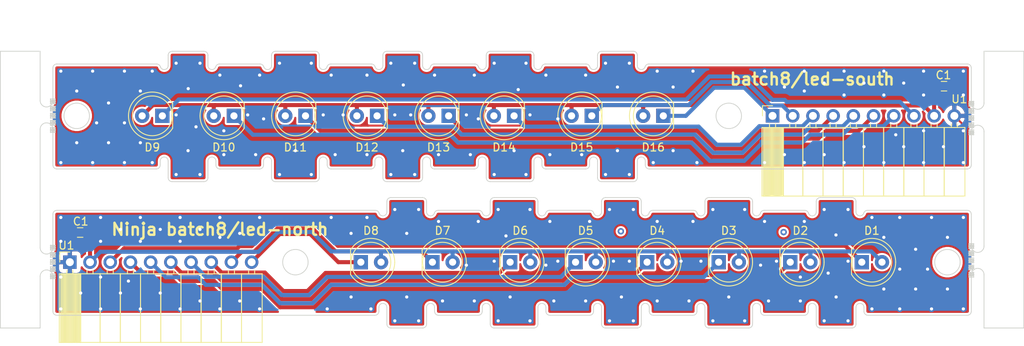
<source format=kicad_pcb>
(kicad_pcb (version 20171130) (host pcbnew "(5.1.6-0-10_14)")
  (layers (0 F.Cu signal) (31 B.Cu signal) (34 B.Paste user) (35 F.Paste user) (36 B.SilkS user) (37 F.SilkS user) (38 B.Mask user) (39 F.Mask user) (44 Edge.Cuts user))
  (net 0 "")
  (net 1 GND)
  (net 2 VCC)
  (net 3 OUT1)
  (net 4 OUT2)
  (net 5 OUT3)
  (net 6 OUT4)
  (net 7 OUT5)
  (net 8 OUT6)
  (net 9 OUT7)
  (net 10 OUT8)
  (net 11 OUT9)
  (net 12 OUT10)
  (net 13 OUT11)
  (net 14 OUT12)
  (net 15 OUT13)
  (net 16 OUT14)
  (net 17 OUT15)
  (net 18 OUT16)
  (module LEDs:LED_D5.0mm (layer F.Cu) (at 182.23 71.122)
    (fp_text reference D1 (at 1.27 -3.96) (layer F.SilkS))
    (fp_text value LED)
    (pad 1 thru_hole rect (at 0 0) (size 1.8 1.8) (drill 0.9) (layers *.Cu *.Mask) (net 3 OUT1))
    (pad 2 thru_hole circle (at 2.54 0) (size 1.8 1.8) (drill 0.9) (layers *.Cu *.Mask) (net 2 VCC))
  )
  (module LEDs:LED_D5.0mm (layer F.Cu) (at 173.23 71.122)
    (fp_text reference D2 (at 1.27 -3.96) (layer F.SilkS))
    (fp_text value LED)
    (pad 2 thru_hole circle (at 2.54 0) (size 1.8 1.8) (drill 0.9) (layers *.Cu *.Mask) (net 2 VCC))
    (pad 1 thru_hole rect (at 0 0) (size 1.8 1.8) (drill 0.9) (layers *.Cu *.Mask) (net 4 OUT2))
  )
  (module LEDs:LED_D5.0mm (layer F.Cu) (at 164.23 71.122)
    (fp_text reference D3 (at 1.27 -3.96) (layer F.SilkS))
    (fp_text value LED)
    (pad 1 thru_hole rect (at 0 0) (size 1.8 1.8) (drill 0.9) (layers *.Cu *.Mask) (net 5 OUT3))
    (pad 2 thru_hole circle (at 2.54 0) (size 1.8 1.8) (drill 0.9) (layers *.Cu *.Mask) (net 2 VCC))
  )
  (module LEDs:LED_D5.0mm (layer F.Cu) (at 155.23 71.122)
    (fp_text reference D4 (at 1.27 -3.96) (layer F.SilkS))
    (fp_text value LED)
    (pad 2 thru_hole circle (at 2.54 0) (size 1.8 1.8) (drill 0.9) (layers *.Cu *.Mask) (net 2 VCC))
    (pad 1 thru_hole rect (at 0 0) (size 1.8 1.8) (drill 0.9) (layers *.Cu *.Mask) (net 6 OUT4))
  )
  (module LEDs:LED_D5.0mm (layer F.Cu) (at 146.23 71.122)
    (fp_text reference D5 (at 1.27 -3.96) (layer F.SilkS))
    (fp_text value LED)
    (pad 1 thru_hole rect (at 0 0) (size 1.8 1.8) (drill 0.9) (layers *.Cu *.Mask) (net 7 OUT5))
    (pad 2 thru_hole circle (at 2.54 0) (size 1.8 1.8) (drill 0.9) (layers *.Cu *.Mask) (net 2 VCC))
  )
  (module LEDs:LED_D5.0mm (layer F.Cu) (at 138 71.122)
    (fp_text reference D6 (at 1.27 -3.96) (layer F.SilkS))
    (fp_text value LED)
    (pad 2 thru_hole circle (at 2.54 0) (size 1.8 1.8) (drill 0.9) (layers *.Cu *.Mask) (net 2 VCC))
    (pad 1 thru_hole rect (at 0 0) (size 1.8 1.8) (drill 0.9) (layers *.Cu *.Mask) (net 8 OUT6))
  )
  (module LEDs:LED_D5.0mm (layer F.Cu) (at 128.23 71.122)
    (fp_text reference D7 (at 1.27 -3.96) (layer F.SilkS))
    (fp_text value LED)
    (pad 1 thru_hole rect (at 0 0) (size 1.8 1.8) (drill 0.9) (layers *.Cu *.Mask) (net 9 OUT7))
    (pad 2 thru_hole circle (at 2.54 0) (size 1.8 1.8) (drill 0.9) (layers *.Cu *.Mask) (net 2 VCC))
  )
  (module LEDs:LED_D5.0mm (layer F.Cu) (at 119.23 71.122)
    (fp_text reference D8 (at 1.27 -3.96) (layer F.SilkS))
    (fp_text value LED)
    (pad 2 thru_hole circle (at 2.54 0) (size 1.8 1.8) (drill 0.9) (layers *.Cu *.Mask) (net 2 VCC))
    (pad 1 thru_hole rect (at 0 0) (size 1.8 1.8) (drill 0.9) (layers *.Cu *.Mask) (net 10 OUT8))
  )
  (module Socket_Strips:Socket_Strip_Angled_1x10_Pitch2.54mm (layer F.Cu) (at 82.634254 71.122 90)
    (fp_text reference U1 (at 2.1 -0.434254 180) (layer F.SilkS))
    (fp_text value Conn_02x05)
    (pad 1 thru_hole rect (at 0 0 90) (size 1.7 1.7) (drill 1) (layers *.Cu *.Mask) (net 1 GND))
    (pad 2 thru_hole oval (at 0 2.54 90) (size 1.7 1.7) (drill 1) (layers *.Cu *.Mask) (net 2 VCC))
    (pad 3 thru_hole oval (at 0 5.08 90) (size 1.7 1.7) (drill 1) (layers *.Cu *.Mask) (net 3 OUT1))
    (pad 4 thru_hole oval (at 0 7.62 90) (size 1.7 1.7) (drill 1) (layers *.Cu *.Mask) (net 4 OUT2))
    (pad 5 thru_hole oval (at 0 10.16 90) (size 1.7 1.7) (drill 1) (layers *.Cu *.Mask) (net 5 OUT3))
    (pad 6 thru_hole oval (at 0 12.7 90) (size 1.7 1.7) (drill 1) (layers *.Cu *.Mask) (net 6 OUT4))
    (pad 7 thru_hole oval (at 0 15.24 90) (size 1.7 1.7) (drill 1) (layers *.Cu *.Mask) (net 7 OUT5))
    (pad 8 thru_hole oval (at 0 17.78 90) (size 1.7 1.7) (drill 1) (layers *.Cu *.Mask) (net 8 OUT6))
    (pad 9 thru_hole oval (at 0 20.32 90) (size 1.7 1.7) (drill 1) (layers *.Cu *.Mask) (net 9 OUT7))
    (pad 10 thru_hole oval (at 0 22.86 90) (size 1.7 1.7) (drill 1) (layers *.Cu *.Mask) (net 10 OUT8))
  )
  (module Capacitors_SMD:C_0603_HandSoldering (layer F.Cu) (at 83.93 67.392 180)
    (fp_text reference C1 (at -0.07 1.392) (layer F.SilkS))
    (fp_text value C)
    (pad 2 smd rect (at 0.95 0 180) (size 1.2 0.75) (layers F.Cu F.Paste F.Mask) (net 1 GND))
    (pad 1 smd rect (at -0.95 0 180) (size 1.2 0.75) (layers F.Cu F.Paste F.Mask) (net 2 VCC))
  )
  (module Capacitors_SMD:C_0603_HandSoldering (layer F.Cu) (at 192.57 48.992)
    (fp_text reference C1 (at -0.07 -1.392) (layer F.SilkS))
    (fp_text value C)
    (pad 2 smd rect (at 0.95 0) (size 1.2 0.75) (layers F.Cu F.Paste F.Mask) (net 1 GND))
    (pad 1 smd rect (at -0.95 0) (size 1.2 0.75) (layers F.Cu F.Paste F.Mask) (net 2 VCC))
  )
  (module LEDs:LED_D5.0mm (layer F.Cu) (at 94.27 52.722 180)
    (fp_text reference D9 (at 1.27 -3.96) (layer F.SilkS))
    (fp_text value LED)
    (pad 1 thru_hole rect (at 0 0 180) (size 1.8 1.8) (drill 0.9) (layers *.Cu *.Mask) (net 11 OUT9))
    (pad 2 thru_hole circle (at 2.54 0 180) (size 1.8 1.8) (drill 0.9) (layers *.Cu *.Mask) (net 2 VCC))
  )
  (module LEDs:LED_D5.0mm (layer F.Cu) (at 103.27 52.722 180)
    (fp_text reference D10 (at 1.27 -3.96) (layer F.SilkS))
    (fp_text value LED)
    (pad 2 thru_hole circle (at 2.54 0 180) (size 1.8 1.8) (drill 0.9) (layers *.Cu *.Mask) (net 2 VCC))
    (pad 1 thru_hole rect (at 0 0 180) (size 1.8 1.8) (drill 0.9) (layers *.Cu *.Mask) (net 12 OUT10))
  )
  (module LEDs:LED_D5.0mm (layer F.Cu) (at 112.27 52.722 180)
    (fp_text reference D11 (at 1.27 -3.96) (layer F.SilkS))
    (fp_text value LED)
    (pad 1 thru_hole rect (at 0 0 180) (size 1.8 1.8) (drill 0.9) (layers *.Cu *.Mask) (net 13 OUT11))
    (pad 2 thru_hole circle (at 2.54 0 180) (size 1.8 1.8) (drill 0.9) (layers *.Cu *.Mask) (net 2 VCC))
  )
  (module LEDs:LED_D5.0mm (layer F.Cu) (at 121.27 52.722 180)
    (fp_text reference D12 (at 1.27 -3.96) (layer F.SilkS))
    (fp_text value LED)
    (pad 2 thru_hole circle (at 2.54 0 180) (size 1.8 1.8) (drill 0.9) (layers *.Cu *.Mask) (net 2 VCC))
    (pad 1 thru_hole rect (at 0 0 180) (size 1.8 1.8) (drill 0.9) (layers *.Cu *.Mask) (net 14 OUT12))
  )
  (module LEDs:LED_D5.0mm (layer F.Cu) (at 130.27 52.722 180)
    (fp_text reference D13 (at 1.27 -3.96) (layer F.SilkS))
    (fp_text value LED)
    (pad 1 thru_hole rect (at 0 0 180) (size 1.8 1.8) (drill 0.9) (layers *.Cu *.Mask) (net 15 OUT13))
    (pad 2 thru_hole circle (at 2.54 0 180) (size 1.8 1.8) (drill 0.9) (layers *.Cu *.Mask) (net 2 VCC))
  )
  (module LEDs:LED_D5.0mm (layer F.Cu) (at 138.5 52.722 180)
    (fp_text reference D14 (at 1.27 -3.96) (layer F.SilkS))
    (fp_text value LED)
    (pad 2 thru_hole circle (at 2.54 0 180) (size 1.8 1.8) (drill 0.9) (layers *.Cu *.Mask) (net 2 VCC))
    (pad 1 thru_hole rect (at 0 0 180) (size 1.8 1.8) (drill 0.9) (layers *.Cu *.Mask) (net 16 OUT14))
  )
  (module LEDs:LED_D5.0mm (layer F.Cu) (at 148.27 52.722 180)
    (fp_text reference D15 (at 1.27 -3.96) (layer F.SilkS))
    (fp_text value LED)
    (pad 1 thru_hole rect (at 0 0 180) (size 1.8 1.8) (drill 0.9) (layers *.Cu *.Mask) (net 17 OUT15))
    (pad 2 thru_hole circle (at 2.54 0 180) (size 1.8 1.8) (drill 0.9) (layers *.Cu *.Mask) (net 2 VCC))
  )
  (module LEDs:LED_D5.0mm (layer F.Cu) (at 157.27 52.722 180)
    (fp_text reference D16 (at 1.27 -3.96) (layer F.SilkS))
    (fp_text value LED)
    (pad 2 thru_hole circle (at 2.54 0 180) (size 1.8 1.8) (drill 0.9) (layers *.Cu *.Mask) (net 2 VCC))
    (pad 1 thru_hole rect (at 0 0 180) (size 1.8 1.8) (drill 0.9) (layers *.Cu *.Mask) (net 18 OUT16))
  )
  (module Socket_Strips:Socket_Strip_Angled_1x10_Pitch2.54mm (layer F.Cu) (at 171.005746 52.722 90)
    (fp_text reference U1 (at 2.1 23.494254 180) (layer F.SilkS))
    (fp_text value Conn_02x05)
    (pad 1 thru_hole rect (at 0 0 90) (size 1.7 1.7) (drill 1) (layers *.Cu *.Mask) (net 18 OUT16))
    (pad 2 thru_hole oval (at 0 2.54 90) (size 1.7 1.7) (drill 1) (layers *.Cu *.Mask) (net 17 OUT15))
    (pad 3 thru_hole oval (at 0 5.08 90) (size 1.7 1.7) (drill 1) (layers *.Cu *.Mask) (net 16 OUT14))
    (pad 4 thru_hole oval (at 0 7.62 90) (size 1.7 1.7) (drill 1) (layers *.Cu *.Mask) (net 15 OUT13))
    (pad 5 thru_hole oval (at 0 10.16 90) (size 1.7 1.7) (drill 1) (layers *.Cu *.Mask) (net 14 OUT12))
    (pad 6 thru_hole oval (at 0 12.7 90) (size 1.7 1.7) (drill 1) (layers *.Cu *.Mask) (net 13 OUT11))
    (pad 7 thru_hole oval (at 0 15.24 90) (size 1.7 1.7) (drill 1) (layers *.Cu *.Mask) (net 12 OUT10))
    (pad 8 thru_hole oval (at 0 17.78 90) (size 1.7 1.7) (drill 1) (layers *.Cu *.Mask) (net 11 OUT9))
    (pad 9 thru_hole oval (at 0 20.32 90) (size 1.7 1.7) (drill 1) (layers *.Cu *.Mask) (net 2 VCC))
    (pad 10 thru_hole oval (at 0 22.86 90) (size 1.7 1.7) (drill 1) (layers *.Cu *.Mask) (net 1 GND))
  )
  (gr_line (start 202.6 44.6) (end 197.6 44.6) (layer Edge.Cuts) (width 0.1))
  (gr_line (start 197.6 79.4) (end 202.6 79.4) (layer Edge.Cuts) (width 0.1))
  (gr_line (start 202.6 79.4) (end 202.6 44.6) (layer Edge.Cuts) (width 0.1))
  (gr_line (start 73.9 79.4) (end 78.9 79.4) (layer Edge.Cuts) (width 0.1))
  (gr_line (start 73.9 44.6) (end 73.9 79.4) (layer Edge.Cuts) (width 0.1))
  (gr_line (start 78.9 44.6) (end 73.9 44.6) (layer Edge.Cuts) (width 0.1))
  (gr_line (start 197.6 44.6) (end 197.6 51.1) (layer Edge.Cuts) (width 0.1))
  (gr_line (start 197.6 72.7) (end 197.6 79.4) (layer Edge.Cuts) (width 0.1))
  (gr_line (start 197.6 54.7) (end 197.6 69.1) (layer Edge.Cuts) (width 0.1))
  (gr_line (start 78.9 54.4) (end 78.9 69.3) (layer Edge.Cuts) (width 0.1))
  (gr_line (start 78.9 72.9) (end 78.9 79.4) (layer Edge.Cuts) (width 0.1))
  (gr_line (start 78.9 44.6) (end 78.9 50.8) (layer Edge.Cuts) (width 0.1))
  (gr_line (start 80.5 46.69964) (end 80.5 50.8) (layer Edge.Cuts) (width 0.1))
  (gr_arc (start 196.8 51.1) (end 196 51.1) (angle -180) (layer Edge.Cuts) (width 0.1))
  (gr_arc (start 196.8 54.7) (end 197.6 54.7) (angle -180) (layer Edge.Cuts) (width 0.1))
  (target x (at 80.5 53.6) (size 0.55) (width 0.2) (layer Edge.Cuts))
  (target x (at 80.5 52.7) (size 0.55) (width 0.2) (layer Edge.Cuts))
  (target x (at 80.5 50.9) (size 0.55) (width 0.2) (layer Edge.Cuts))
  (target x (at 80.5 51.8) (size 0.55) (width 0.2) (layer Edge.Cuts))
  (target x (at 80.5 54.5) (size 0.55) (width 0.2) (layer Edge.Cuts))
  (gr_line (start 196 72.7) (end 196 77.30036) (layer Edge.Cuts) (width 0.1))
  (target x (at 196 72.7) (size 0.55) (width 0.2) (layer Edge.Cuts))
  (target x (at 196 70.9) (size 0.55) (width 0.2) (layer Edge.Cuts))
  (target x (at 196 71.8) (size 0.55) (width 0.2) (layer Edge.Cuts))
  (target x (at 196 70) (size 0.55) (width 0.2) (layer Edge.Cuts))
  (target x (at 196 69.1) (size 0.55) (width 0.2) (layer Edge.Cuts))
  (gr_arc (start 196.8 72.7) (end 197.6 72.7) (angle -180) (layer Edge.Cuts) (width 0.1))
  (gr_arc (start 196.8 69.1) (end 196 69.1) (angle -180) (layer Edge.Cuts) (width 0.1))
  (gr_line (start 80.5 77.30036) (end 80.5 72.9) (layer Edge.Cuts) (width 0.1))
  (target x (at 80.5 71.1) (size 0.55) (width 0.2) (layer Edge.Cuts))
  (target x (at 80.5 70.2) (size 0.55) (width 0.2) (layer Edge.Cuts))
  (target x (at 80.5 72) (size 0.55) (width 0.2) (layer Edge.Cuts))
  (target x (at 80.5 72.9) (size 0.55) (width 0.2) (layer Edge.Cuts))
  (target x (at 80.5 69.3) (size 0.55) (width 0.2) (layer Edge.Cuts))
  (gr_arc (start 79.7 69.3) (end 78.9 69.3) (angle -180) (layer Edge.Cuts) (width 0.1))
  (gr_arc (start 79.7 72.9) (end 80.5 72.9) (angle -180) (layer Edge.Cuts) (width 0.1))
  (gr_line (start 196 51.1) (end 196 46.69964) (layer Edge.Cuts) (width 0.1))
  (gr_text "Ninja batch8/led-north" (at 101.5 67) (layer F.SilkS) (effects (font (size 1.5 1.5) (thickness 0.3))))
  (gr_arc (start 81 77.30036) (end 81 77.80036) (angle 90) (layer Edge.Cuts) (width 0.1))
  (gr_circle (center 111 71.122) (end 112.6 71.122) (layer Edge.Cuts) (width 0.1))
  (gr_circle (center 193 71.122) (end 194.6 71.122) (layer Edge.Cuts) (width 0.1))
  (gr_line (start 80.5 69.3) (end 80.5 65.09964) (layer Edge.Cuts) (width 0.1))
  (gr_line (start 121 77.80036) (end 81 77.80036) (layer Edge.Cuts) (width 0.1))
  (gr_arc (start 121 77.30036) (end 121 77.80036) (angle -90) (layer Edge.Cuts) (width 0.1))
  (gr_line (start 121.5 76.80036) (end 121.5 77.30036) (layer Edge.Cuts) (width 0.1))
  (gr_arc (start 122 76.80036) (end 122.5 76.80036) (angle -180) (layer Edge.Cuts) (width 0.1))
  (gr_line (start 122.5 78.9) (end 122.5 76.80036) (layer Edge.Cuts) (width 0.1))
  (gr_arc (start 123 78.9) (end 122.5 78.9) (angle -90) (layer Edge.Cuts) (width 0.1))
  (gr_line (start 127 79.4) (end 123 79.4) (layer Edge.Cuts) (width 0.1))
  (gr_arc (start 127 78.9) (end 127 79.4) (angle -90) (layer Edge.Cuts) (width 0.1))
  (gr_line (start 127.5 76.80036) (end 127.5 78.9) (layer Edge.Cuts) (width 0.1))
  (gr_arc (start 128 76.80036) (end 128.5 76.80036) (angle -180) (layer Edge.Cuts) (width 0.1))
  (gr_line (start 128.5 77.30036) (end 128.5 76.80036) (layer Edge.Cuts) (width 0.1))
  (gr_arc (start 129 77.30036) (end 128.5 77.30036) (angle -90) (layer Edge.Cuts) (width 0.1))
  (gr_line (start 134 77.80036) (end 129 77.80036) (layer Edge.Cuts) (width 0.1))
  (gr_arc (start 134 77.30036) (end 134 77.80036) (angle -90) (layer Edge.Cuts) (width 0.1))
  (gr_line (start 134.5 76.80036) (end 134.5 77.30036) (layer Edge.Cuts) (width 0.1))
  (gr_arc (start 135 76.80036) (end 135.5 76.80036) (angle -180) (layer Edge.Cuts) (width 0.1))
  (gr_line (start 135.5 78.900359) (end 135.5 76.80036) (layer Edge.Cuts) (width 0.1))
  (gr_arc (start 136 78.900359) (end 135.5 78.900359) (angle -90) (layer Edge.Cuts) (width 0.1))
  (gr_line (start 141 79.400359) (end 136 79.400359) (layer Edge.Cuts) (width 0.1))
  (gr_arc (start 141 78.900359) (end 141 79.400359) (angle -90) (layer Edge.Cuts) (width 0.1))
  (gr_line (start 141.5 76.80036) (end 141.5 78.900359) (layer Edge.Cuts) (width 0.1))
  (gr_arc (start 142 76.80036) (end 142.5 76.80036) (angle -180) (layer Edge.Cuts) (width 0.1))
  (gr_line (start 142.5 77.30036) (end 142.5 76.80036) (layer Edge.Cuts) (width 0.1))
  (gr_arc (start 143 77.30036) (end 142.5 77.30036) (angle -90) (layer Edge.Cuts) (width 0.1))
  (gr_line (start 148 77.80036) (end 143 77.80036) (layer Edge.Cuts) (width 0.1))
  (gr_arc (start 148 77.30036) (end 148 77.80036) (angle -90) (layer Edge.Cuts) (width 0.1))
  (gr_line (start 148.5 76.80036) (end 148.5 77.30036) (layer Edge.Cuts) (width 0.1))
  (gr_arc (start 149 76.80036) (end 149.5 76.80036) (angle -180) (layer Edge.Cuts) (width 0.1))
  (gr_line (start 149.5 78.9) (end 149.5 76.80036) (layer Edge.Cuts) (width 0.1))
  (gr_arc (start 150 78.9) (end 149.5 78.9) (angle -90) (layer Edge.Cuts) (width 0.1))
  (gr_line (start 154 79.4) (end 150 79.4) (layer Edge.Cuts) (width 0.1))
  (gr_arc (start 154 78.9) (end 154 79.4) (angle -90) (layer Edge.Cuts) (width 0.1))
  (gr_line (start 154.5 76.80036) (end 154.5 78.9) (layer Edge.Cuts) (width 0.1))
  (gr_arc (start 155 76.80036) (end 155.5 76.80036) (angle -180) (layer Edge.Cuts) (width 0.1))
  (gr_line (start 155.5 77.30036) (end 155.5 76.80036) (layer Edge.Cuts) (width 0.1))
  (gr_arc (start 156 77.30036) (end 155.5 77.30036) (angle -90) (layer Edge.Cuts) (width 0.1))
  (gr_line (start 161 77.80036) (end 156 77.80036) (layer Edge.Cuts) (width 0.1))
  (gr_arc (start 161 77.30036) (end 161 77.80036) (angle -89.99999625) (layer Edge.Cuts) (width 0.1))
  (gr_line (start 161.5 76.80036) (end 161.5 77.30036) (layer Edge.Cuts) (width 0.1))
  (gr_arc (start 162 76.800361) (end 162.5 76.80036) (angle -179.9999911) (layer Edge.Cuts) (width 0.1))
  (gr_line (start 162.5 78.900364) (end 162.5 76.80036) (layer Edge.Cuts) (width 0.1))
  (gr_arc (start 163 78.900364) (end 162.5 78.900364) (angle -90) (layer Edge.Cuts) (width 0.1))
  (gr_line (start 168 79.400364) (end 163 79.400364) (layer Edge.Cuts) (width 0.1))
  (gr_arc (start 168 78.900364) (end 168 79.400364) (angle -90) (layer Edge.Cuts) (width 0.1))
  (gr_line (start 168.5 76.80036) (end 168.5 78.900364) (layer Edge.Cuts) (width 0.1))
  (gr_arc (start 169 76.80036) (end 169.5 76.80036) (angle -180) (layer Edge.Cuts) (width 0.1))
  (gr_line (start 169.5 77.30036) (end 169.5 76.80036) (layer Edge.Cuts) (width 0.1))
  (gr_arc (start 170 77.30036) (end 169.5 77.30036) (angle -90) (layer Edge.Cuts) (width 0.1))
  (gr_line (start 175 77.80036) (end 170 77.80036) (layer Edge.Cuts) (width 0.1))
  (gr_arc (start 175 77.30036) (end 175 77.80036) (angle -90) (layer Edge.Cuts) (width 0.1))
  (gr_line (start 175.5 76.80036) (end 175.5 77.30036) (layer Edge.Cuts) (width 0.1))
  (gr_arc (start 176 76.80036) (end 176.5 76.80036) (angle -180) (layer Edge.Cuts) (width 0.1))
  (gr_line (start 176.5 78.9) (end 176.5 76.80036) (layer Edge.Cuts) (width 0.1))
  (gr_arc (start 177 78.9) (end 176.5 78.9) (angle -90) (layer Edge.Cuts) (width 0.1))
  (gr_line (start 181 79.4) (end 177 79.4) (layer Edge.Cuts) (width 0.1))
  (gr_arc (start 181 78.9) (end 181 79.4) (angle -90) (layer Edge.Cuts) (width 0.1))
  (gr_line (start 181.5 76.80036) (end 181.5 78.9) (layer Edge.Cuts) (width 0.1))
  (gr_arc (start 182 76.80036) (end 182.5 76.80036) (angle -180) (layer Edge.Cuts) (width 0.1))
  (gr_line (start 182.5 77.30036) (end 182.5 76.80036) (layer Edge.Cuts) (width 0.1))
  (gr_arc (start 183 77.30036) (end 182.5 77.30036) (angle -90) (layer Edge.Cuts) (width 0.1))
  (gr_line (start 195.5 77.80036) (end 183 77.80036) (layer Edge.Cuts) (width 0.1))
  (gr_arc (start 195.5 77.30036) (end 195.5 77.80036) (angle -90) (layer Edge.Cuts) (width 0.1))
  (gr_line (start 196 65.09964) (end 196 69.1) (layer Edge.Cuts) (width 0.1))
  (gr_arc (start 195.5 65.09964) (end 196 65.09964) (angle -90) (layer Edge.Cuts) (width 0.1))
  (gr_line (start 182.954253 64.59964) (end 195.5 64.59964) (layer Edge.Cuts) (width 0.1))
  (gr_arc (start 182.954253 65.09964) (end 182.954253 64.59964) (angle -72.60244929) (layer Edge.Cuts) (width 0.1))
  (gr_arc (start 182 64.80064) (end 181.5 64.80064) (angle -162.6024493) (layer Edge.Cuts) (width 0.1))
  (gr_line (start 181.5 63.5) (end 181.5 64.80064) (layer Edge.Cuts) (width 0.1))
  (gr_arc (start 181 63.5) (end 181.5 63.5) (angle -90) (layer Edge.Cuts) (width 0.1))
  (gr_line (start 177 63) (end 181 63) (layer Edge.Cuts) (width 0.1))
  (gr_arc (start 177 63.5) (end 177 63) (angle -90) (layer Edge.Cuts) (width 0.1))
  (gr_line (start 176.5 64.80064) (end 176.5 63.5) (layer Edge.Cuts) (width 0.1))
  (gr_arc (start 176 64.80064) (end 175.522873 64.95014) (angle -162.6024493) (layer Edge.Cuts) (width 0.1))
  (gr_arc (start 175.045746 65.09964) (end 175.522873 64.95014) (angle -72.60244929) (layer Edge.Cuts) (width 0.1))
  (gr_line (start 169.954253 64.59964) (end 175.045746 64.59964) (layer Edge.Cuts) (width 0.1))
  (gr_arc (start 169.954253 65.09964) (end 169.954253 64.59964) (angle -72.60244929) (layer Edge.Cuts) (width 0.1))
  (gr_arc (start 169 64.80064) (end 168.5 64.80064) (angle -162.6024404) (layer Edge.Cuts) (width 0.1))
  (gr_line (start 168.5 63.5) (end 168.5 64.80064) (layer Edge.Cuts) (width 0.1))
  (gr_arc (start 168 63.5) (end 168.5 63.5) (angle -90) (layer Edge.Cuts) (width 0.1))
  (gr_line (start 163 63) (end 168 63) (layer Edge.Cuts) (width 0.1))
  (gr_arc (start 163 63.5) (end 163 63) (angle -90) (layer Edge.Cuts) (width 0.1))
  (gr_line (start 162.5 64.80064) (end 162.5 63.5) (layer Edge.Cuts) (width 0.1))
  (gr_arc (start 162 64.80064) (end 161.522873 64.95014) (angle -162.6024493) (layer Edge.Cuts) (width 0.1))
  (gr_arc (start 161.045746 65.09964) (end 161.522873 64.95014) (angle -72.60244929) (layer Edge.Cuts) (width 0.1))
  (gr_line (start 155.954253 64.59964) (end 161.045746 64.59964) (layer Edge.Cuts) (width 0.1))
  (gr_arc (start 155.954253 65.09964) (end 155.954253 64.59964) (angle -72.60244929) (layer Edge.Cuts) (width 0.1))
  (gr_arc (start 155 64.80064) (end 154.5 64.80064) (angle -162.6024493) (layer Edge.Cuts) (width 0.1))
  (gr_line (start 154.5 63.5) (end 154.5 64.80064) (layer Edge.Cuts) (width 0.1))
  (gr_arc (start 154 63.5) (end 154.5 63.5) (angle -90) (layer Edge.Cuts) (width 0.1))
  (gr_line (start 150 63) (end 154 63) (layer Edge.Cuts) (width 0.1))
  (gr_arc (start 150 63.5) (end 150 63) (angle -90) (layer Edge.Cuts) (width 0.1))
  (gr_line (start 149.5 64.80064) (end 149.5 63.5) (layer Edge.Cuts) (width 0.1))
  (gr_arc (start 149 64.80064) (end 148.522873 64.95014) (angle -162.6024493) (layer Edge.Cuts) (width 0.1))
  (gr_arc (start 148.045746 65.09964) (end 148.522873 64.95014) (angle -72.60244929) (layer Edge.Cuts) (width 0.1))
  (gr_line (start 142.954253 64.59964) (end 148.045746 64.59964) (layer Edge.Cuts) (width 0.1))
  (gr_arc (start 142.954253 65.09964) (end 142.954253 64.59964) (angle -72.60244929) (layer Edge.Cuts) (width 0.1))
  (gr_arc (start 142 64.80064) (end 141.5 64.80064) (angle -162.6024581) (layer Edge.Cuts) (width 0.1))
  (gr_line (start 141.5 63.5) (end 141.5 64.80064) (layer Edge.Cuts) (width 0.1))
  (gr_arc (start 141 63.5) (end 141.5 63.5) (angle -90) (layer Edge.Cuts) (width 0.1))
  (gr_line (start 136 63) (end 141 63) (layer Edge.Cuts) (width 0.1))
  (gr_arc (start 136 63.5) (end 136 63) (angle -90) (layer Edge.Cuts) (width 0.1))
  (gr_line (start 135.5 64.80064) (end 135.5 63.5) (layer Edge.Cuts) (width 0.1))
  (gr_arc (start 135 64.80064) (end 134.522873 64.95014) (angle -162.6024581) (layer Edge.Cuts) (width 0.1))
  (gr_arc (start 134.045746 65.09964) (end 134.522873 64.95014) (angle -72.60244929) (layer Edge.Cuts) (width 0.1))
  (gr_line (start 128.954253 64.59964) (end 134.045746 64.59964) (layer Edge.Cuts) (width 0.1))
  (gr_arc (start 128.954253 65.09964) (end 128.954253 64.59964) (angle -72.60244929) (layer Edge.Cuts) (width 0.1))
  (gr_arc (start 128 64.80064) (end 127.5 64.80064) (angle -162.6024493) (layer Edge.Cuts) (width 0.1))
  (gr_line (start 127.5 63.5) (end 127.5 64.80064) (layer Edge.Cuts) (width 0.1))
  (gr_arc (start 127 63.5) (end 127.5 63.5) (angle -90) (layer Edge.Cuts) (width 0.1))
  (gr_line (start 123 63) (end 127 63) (layer Edge.Cuts) (width 0.1))
  (gr_arc (start 123 63.5) (end 123 63) (angle -90) (layer Edge.Cuts) (width 0.1))
  (gr_line (start 122.5 64.80064) (end 122.5 63.5) (layer Edge.Cuts) (width 0.1))
  (gr_arc (start 122 64.80064) (end 121.522873 64.95014) (angle -162.6024493) (layer Edge.Cuts) (width 0.1))
  (gr_arc (start 121.045746 65.09964) (end 121.522873 64.95014) (angle -72.60244929) (layer Edge.Cuts) (width 0.1))
  (gr_line (start 81 64.59964) (end 121.045746 64.59964) (layer Edge.Cuts) (width 0.1))
  (gr_arc (start 81 65.09964) (end 81 64.59964) (angle -90) (layer Edge.Cuts) (width 0.1))
  (gr_text batch8/led-south (at 176 48.1) (layer F.SilkS) (effects (font (size 1.5 1.5) (thickness 0.3))))
  (gr_arc (start 195.5 58.90036) (end 195.5 59.40036) (angle -90) (layer Edge.Cuts) (width 0.1))
  (gr_circle (center 165.5 52.722) (end 163.9 52.722) (layer Edge.Cuts) (width 0.1))
  (gr_circle (center 83.5 52.722) (end 81.9 52.722) (layer Edge.Cuts) (width 0.1))
  (gr_line (start 196 58.90036) (end 196 54.7) (layer Edge.Cuts) (width 0.1))
  (gr_line (start 155.5 59.40036) (end 195.5 59.40036) (layer Edge.Cuts) (width 0.1))
  (gr_arc (start 155.5 58.90036) (end 155.5 59.40036) (angle 90) (layer Edge.Cuts) (width 0.1))
  (gr_line (start 155 58.40036) (end 155 58.90036) (layer Edge.Cuts) (width 0.1))
  (gr_arc (start 154.5 58.40036) (end 154 58.40036) (angle 180) (layer Edge.Cuts) (width 0.1))
  (gr_line (start 154 60.5) (end 154 58.40036) (layer Edge.Cuts) (width 0.1))
  (gr_arc (start 153.5 60.5) (end 154 60.5) (angle 90) (layer Edge.Cuts) (width 0.1))
  (gr_line (start 149.5 61) (end 153.5 61) (layer Edge.Cuts) (width 0.1))
  (gr_arc (start 149.5 60.5) (end 149.5 61) (angle 90) (layer Edge.Cuts) (width 0.1))
  (gr_line (start 149 58.40036) (end 149 60.5) (layer Edge.Cuts) (width 0.1))
  (gr_arc (start 148.5 58.40036) (end 148 58.40036) (angle 180) (layer Edge.Cuts) (width 0.1))
  (gr_line (start 148 58.90036) (end 148 58.40036) (layer Edge.Cuts) (width 0.1))
  (gr_arc (start 147.5 58.90036) (end 148 58.90036) (angle 90) (layer Edge.Cuts) (width 0.1))
  (gr_line (start 142.5 59.40036) (end 147.5 59.40036) (layer Edge.Cuts) (width 0.1))
  (gr_arc (start 142.5 58.90036) (end 142.5 59.40036) (angle 90) (layer Edge.Cuts) (width 0.1))
  (gr_line (start 142 58.40036) (end 142 58.90036) (layer Edge.Cuts) (width 0.1))
  (gr_arc (start 141.5 58.40036) (end 141 58.40036) (angle 180) (layer Edge.Cuts) (width 0.1))
  (gr_line (start 141 60.500359) (end 141 58.40036) (layer Edge.Cuts) (width 0.1))
  (gr_arc (start 140.5 60.500359) (end 141 60.500359) (angle 90) (layer Edge.Cuts) (width 0.1))
  (gr_line (start 135.5 61.000359) (end 140.5 61.000359) (layer Edge.Cuts) (width 0.1))
  (gr_arc (start 135.5 60.500359) (end 135.5 61.000359) (angle 90) (layer Edge.Cuts) (width 0.1))
  (gr_line (start 135 58.40036) (end 135 60.500359) (layer Edge.Cuts) (width 0.1))
  (gr_arc (start 134.5 58.40036) (end 134 58.40036) (angle 180) (layer Edge.Cuts) (width 0.1))
  (gr_line (start 134 58.90036) (end 134 58.40036) (layer Edge.Cuts) (width 0.1))
  (gr_arc (start 133.5 58.90036) (end 134 58.90036) (angle 90) (layer Edge.Cuts) (width 0.1))
  (gr_line (start 128.5 59.40036) (end 133.5 59.40036) (layer Edge.Cuts) (width 0.1))
  (gr_arc (start 128.5 58.90036) (end 128.5 59.40036) (angle 90) (layer Edge.Cuts) (width 0.1))
  (gr_line (start 128 58.40036) (end 128 58.90036) (layer Edge.Cuts) (width 0.1))
  (gr_arc (start 127.5 58.40036) (end 127 58.40036) (angle 180) (layer Edge.Cuts) (width 0.1))
  (gr_line (start 127 60.5) (end 127 58.40036) (layer Edge.Cuts) (width 0.1))
  (gr_arc (start 126.5 60.5) (end 127 60.5) (angle 90) (layer Edge.Cuts) (width 0.1))
  (gr_line (start 122.5 61) (end 126.5 61) (layer Edge.Cuts) (width 0.1))
  (gr_arc (start 122.5 60.5) (end 122.5 61) (angle 90) (layer Edge.Cuts) (width 0.1))
  (gr_line (start 122 58.40036) (end 122 60.5) (layer Edge.Cuts) (width 0.1))
  (gr_arc (start 121.5 58.40036) (end 121 58.40036) (angle 180) (layer Edge.Cuts) (width 0.1))
  (gr_line (start 121 58.90036) (end 121 58.40036) (layer Edge.Cuts) (width 0.1))
  (gr_arc (start 120.5 58.90036) (end 121 58.90036) (angle 90) (layer Edge.Cuts) (width 0.1))
  (gr_line (start 115.5 59.40036) (end 120.5 59.40036) (layer Edge.Cuts) (width 0.1))
  (gr_arc (start 115.5 58.90036) (end 115.5 59.40036) (angle 89.99999625) (layer Edge.Cuts) (width 0.1))
  (gr_line (start 115 58.40036) (end 115 58.90036) (layer Edge.Cuts) (width 0.1))
  (gr_arc (start 114.5 58.400361) (end 114 58.40036) (angle 179.9999911) (layer Edge.Cuts) (width 0.1))
  (gr_line (start 114 60.500364) (end 114 58.40036) (layer Edge.Cuts) (width 0.1))
  (gr_arc (start 113.5 60.500364) (end 114 60.500364) (angle 90) (layer Edge.Cuts) (width 0.1))
  (gr_line (start 108.5 61.000364) (end 113.5 61.000364) (layer Edge.Cuts) (width 0.1))
  (gr_arc (start 108.5 60.500364) (end 108.5 61.000364) (angle 90) (layer Edge.Cuts) (width 0.1))
  (gr_line (start 108 58.40036) (end 108 60.500364) (layer Edge.Cuts) (width 0.1))
  (gr_arc (start 107.5 58.40036) (end 107 58.40036) (angle 180) (layer Edge.Cuts) (width 0.1))
  (gr_line (start 107 58.90036) (end 107 58.40036) (layer Edge.Cuts) (width 0.1))
  (gr_arc (start 106.5 58.90036) (end 107 58.90036) (angle 90) (layer Edge.Cuts) (width 0.1))
  (gr_line (start 101.5 59.40036) (end 106.5 59.40036) (layer Edge.Cuts) (width 0.1))
  (gr_arc (start 101.5 58.90036) (end 101.5 59.40036) (angle 90) (layer Edge.Cuts) (width 0.1))
  (gr_line (start 101 58.40036) (end 101 58.90036) (layer Edge.Cuts) (width 0.1))
  (gr_arc (start 100.5 58.40036) (end 100 58.40036) (angle 180) (layer Edge.Cuts) (width 0.1))
  (gr_line (start 100 60.5) (end 100 58.40036) (layer Edge.Cuts) (width 0.1))
  (gr_arc (start 99.5 60.5) (end 100 60.5) (angle 90) (layer Edge.Cuts) (width 0.1))
  (gr_line (start 95.5 61) (end 99.5 61) (layer Edge.Cuts) (width 0.1))
  (gr_arc (start 95.5 60.5) (end 95.5 61) (angle 90) (layer Edge.Cuts) (width 0.1))
  (gr_line (start 95 58.40036) (end 95 60.5) (layer Edge.Cuts) (width 0.1))
  (gr_arc (start 94.5 58.40036) (end 94 58.40036) (angle 180) (layer Edge.Cuts) (width 0.1))
  (gr_line (start 94 58.90036) (end 94 58.40036) (layer Edge.Cuts) (width 0.1))
  (gr_arc (start 93.5 58.90036) (end 94 58.90036) (angle 90) (layer Edge.Cuts) (width 0.1))
  (gr_line (start 81 59.40036) (end 93.5 59.40036) (layer Edge.Cuts) (width 0.1))
  (gr_arc (start 81 58.90036) (end 81 59.40036) (angle 90) (layer Edge.Cuts) (width 0.1))
  (gr_line (start 80.5 54.4) (end 80.5 58.90036) (layer Edge.Cuts) (width 0.1))
  (gr_arc (start 81 46.69964) (end 80.5 46.69964) (angle 90) (layer Edge.Cuts) (width 0.1))
  (gr_line (start 93.545747 46.19964) (end 81 46.19964) (layer Edge.Cuts) (width 0.1))
  (gr_arc (start 93.545747 46.69964) (end 93.545747 46.19964) (angle 72.60244929) (layer Edge.Cuts) (width 0.1))
  (gr_arc (start 94.5 46.40064) (end 95 46.40064) (angle 162.6024493) (layer Edge.Cuts) (width 0.1))
  (gr_line (start 95 45.1) (end 95 46.40064) (layer Edge.Cuts) (width 0.1))
  (gr_arc (start 95.5 45.1) (end 95 45.1) (angle 90) (layer Edge.Cuts) (width 0.1))
  (gr_line (start 99.5 44.6) (end 95.5 44.6) (layer Edge.Cuts) (width 0.1))
  (gr_arc (start 99.5 45.1) (end 99.5 44.6) (angle 90) (layer Edge.Cuts) (width 0.1))
  (gr_line (start 100 46.40064) (end 100 45.1) (layer Edge.Cuts) (width 0.1))
  (gr_arc (start 100.5 46.40064) (end 100.977127 46.55014) (angle 162.6024493) (layer Edge.Cuts) (width 0.1))
  (gr_arc (start 101.454254 46.69964) (end 100.977127 46.55014) (angle 72.60244929) (layer Edge.Cuts) (width 0.1))
  (gr_line (start 106.545747 46.19964) (end 101.454254 46.19964) (layer Edge.Cuts) (width 0.1))
  (gr_arc (start 106.545747 46.69964) (end 106.545747 46.19964) (angle 72.60244929) (layer Edge.Cuts) (width 0.1))
  (gr_arc (start 107.5 46.40064) (end 108 46.40064) (angle 162.6024404) (layer Edge.Cuts) (width 0.1))
  (gr_line (start 108 45.1) (end 108 46.40064) (layer Edge.Cuts) (width 0.1))
  (gr_arc (start 108.5 45.1) (end 108 45.1) (angle 90) (layer Edge.Cuts) (width 0.1))
  (gr_line (start 113.5 44.6) (end 108.5 44.6) (layer Edge.Cuts) (width 0.1))
  (gr_arc (start 113.5 45.1) (end 113.5 44.6) (angle 90) (layer Edge.Cuts) (width 0.1))
  (gr_line (start 114 46.40064) (end 114 45.1) (layer Edge.Cuts) (width 0.1))
  (gr_arc (start 114.5 46.40064) (end 114.977127 46.55014) (angle 162.6024493) (layer Edge.Cuts) (width 0.1))
  (gr_arc (start 115.454254 46.69964) (end 114.977127 46.55014) (angle 72.60244929) (layer Edge.Cuts) (width 0.1))
  (gr_line (start 120.545747 46.19964) (end 115.454254 46.19964) (layer Edge.Cuts) (width 0.1))
  (gr_arc (start 120.545747 46.69964) (end 120.545747 46.19964) (angle 72.60244929) (layer Edge.Cuts) (width 0.1))
  (gr_arc (start 121.5 46.40064) (end 122 46.40064) (angle 162.6024493) (layer Edge.Cuts) (width 0.1))
  (gr_line (start 122 45.1) (end 122 46.40064) (layer Edge.Cuts) (width 0.1))
  (gr_arc (start 122.5 45.1) (end 122 45.1) (angle 90) (layer Edge.Cuts) (width 0.1))
  (gr_line (start 126.5 44.6) (end 122.5 44.6) (layer Edge.Cuts) (width 0.1))
  (gr_arc (start 126.5 45.1) (end 126.5 44.6) (angle 90) (layer Edge.Cuts) (width 0.1))
  (gr_line (start 127 46.40064) (end 127 45.1) (layer Edge.Cuts) (width 0.1))
  (gr_arc (start 127.5 46.40064) (end 127.977127 46.55014) (angle 162.6024493) (layer Edge.Cuts) (width 0.1))
  (gr_arc (start 128.454254 46.69964) (end 127.977127 46.55014) (angle 72.60244929) (layer Edge.Cuts) (width 0.1))
  (gr_line (start 133.545747 46.19964) (end 128.454254 46.19964) (layer Edge.Cuts) (width 0.1))
  (gr_arc (start 133.545747 46.69964) (end 133.545747 46.19964) (angle 72.60244929) (layer Edge.Cuts) (width 0.1))
  (gr_arc (start 134.5 46.40064) (end 135 46.40064) (angle 162.6024581) (layer Edge.Cuts) (width 0.1))
  (gr_line (start 135 45.1) (end 135 46.40064) (layer Edge.Cuts) (width 0.1))
  (gr_arc (start 135.5 45.1) (end 135 45.1) (angle 90) (layer Edge.Cuts) (width 0.1))
  (gr_line (start 140.5 44.6) (end 135.5 44.6) (layer Edge.Cuts) (width 0.1))
  (gr_arc (start 140.5 45.1) (end 140.5 44.6) (angle 90) (layer Edge.Cuts) (width 0.1))
  (gr_line (start 141 46.40064) (end 141 45.1) (layer Edge.Cuts) (width 0.1))
  (gr_arc (start 141.5 46.40064) (end 141.977127 46.55014) (angle 162.6024581) (layer Edge.Cuts) (width 0.1))
  (gr_arc (start 142.454254 46.69964) (end 141.977127 46.55014) (angle 72.60244929) (layer Edge.Cuts) (width 0.1))
  (gr_line (start 147.545747 46.19964) (end 142.454254 46.19964) (layer Edge.Cuts) (width 0.1))
  (gr_arc (start 147.545747 46.69964) (end 147.545747 46.19964) (angle 72.60244929) (layer Edge.Cuts) (width 0.1))
  (gr_arc (start 148.5 46.40064) (end 149 46.40064) (angle 162.6024493) (layer Edge.Cuts) (width 0.1))
  (gr_line (start 149 45.1) (end 149 46.40064) (layer Edge.Cuts) (width 0.1))
  (gr_arc (start 149.5 45.1) (end 149 45.1) (angle 90) (layer Edge.Cuts) (width 0.1))
  (gr_line (start 153.5 44.6) (end 149.5 44.6) (layer Edge.Cuts) (width 0.1))
  (gr_arc (start 153.5 45.1) (end 153.5 44.6) (angle 90) (layer Edge.Cuts) (width 0.1))
  (gr_line (start 154 46.40064) (end 154 45.1) (layer Edge.Cuts) (width 0.1))
  (gr_arc (start 154.5 46.40064) (end 154.977127 46.55014) (angle 162.6024493) (layer Edge.Cuts) (width 0.1))
  (gr_arc (start 155.454254 46.69964) (end 154.977127 46.55014) (angle 72.60244929) (layer Edge.Cuts) (width 0.1))
  (gr_line (start 195.5 46.19964) (end 155.454254 46.19964) (layer Edge.Cuts) (width 0.1))
  (gr_arc (start 195.5 46.69964) (end 195.5 46.19964) (angle 90) (layer Edge.Cuts) (width 0.1))
  (gr_arc (start 79.7 54.4) (end 80.5 54.4) (angle -180) (layer Edge.Cuts) (width 0.1))
  (gr_arc (start 79.7 50.8) (end 78.9 50.8) (angle -180) (layer Edge.Cuts) (width 0.1))
  (target x (at 196 54.8) (size 0.55) (width 0.2) (layer Edge.Cuts))
  (target x (at 196 51.2) (size 0.55) (width 0.2) (layer Edge.Cuts))
  (target x (at 196 52.1) (size 0.55) (width 0.2) (layer Edge.Cuts))
  (target x (at 196 53.9) (size 0.55) (width 0.2) (layer Edge.Cuts))
  (target x (at 196 53) (size 0.55) (width 0.2) (layer Edge.Cuts))
  (via (at 151.93 67.24) (size 0.8) (drill 0.4) (layers F.Cu B.Cu) (net 0))
  (via (at 172.4 67.34) (size 0.8) (drill 0.4) (layers F.Cu B.Cu) (net 0))
  (segment (start 82.634254 67.737746) (end 82.98 67.392) (width 0.508) (layer F.Cu) (net 1))
  (segment (start 82.634254 71.122) (end 82.634254 67.737746) (width 0.508) (layer F.Cu) (net 1))
  (via (at 81.5 65.5) (size 0.8) (drill 0.4) (layers F.Cu B.Cu) (net 1))
  (via (at 86.5 65.5) (size 0.8) (drill 0.4) (layers F.Cu B.Cu) (net 1))
  (via (at 91.5 65.5) (size 0.8) (drill 0.4) (layers F.Cu B.Cu) (net 1))
  (via (at 96.5 65.5) (size 0.8) (drill 0.4) (layers F.Cu B.Cu) (net 1))
  (via (at 101.5 65.5) (size 0.8) (drill 0.4) (layers F.Cu B.Cu) (net 1))
  (via (at 106.5 65.5) (size 0.8) (drill 0.4) (layers F.Cu B.Cu) (net 1))
  (via (at 104 67.5) (size 0.8) (drill 0.4) (layers F.Cu B.Cu) (net 1))
  (via (at 99 67) (size 0.8) (drill 0.4) (layers F.Cu B.Cu) (net 1))
  (via (at 94 67) (size 0.8) (drill 0.4) (layers F.Cu B.Cu) (net 1))
  (via (at 89 67) (size 0.8) (drill 0.4) (layers F.Cu B.Cu) (net 1))
  (via (at 86.5 68.5) (size 0.8) (drill 0.4) (layers F.Cu B.Cu) (net 1))
  (via (at 91.5 68.5) (size 0.8) (drill 0.4) (layers F.Cu B.Cu) (net 1))
  (via (at 96.5 68.5) (size 0.8) (drill 0.4) (layers F.Cu B.Cu) (net 1))
  (via (at 101.5 68) (size 0.8) (drill 0.4) (layers F.Cu B.Cu) (net 1))
  (via (at 81.5 68.5) (size 0.8) (drill 0.4) (layers F.Cu B.Cu) (net 1))
  (via (at 81.5 73) (size 0.8) (drill 0.4) (layers F.Cu B.Cu) (net 1))
  (via (at 81.5 77) (size 0.8) (drill 0.4) (layers F.Cu B.Cu) (net 1))
  (via (at 86.5 73) (size 0.8) (drill 0.4) (layers F.Cu B.Cu) (net 1))
  (via (at 86.5 77) (size 0.8) (drill 0.4) (layers F.Cu B.Cu) (net 1))
  (via (at 91.5 77) (size 0.8) (drill 0.4) (layers F.Cu B.Cu) (net 1))
  (via (at 96.5 77) (size 0.8) (drill 0.4) (layers F.Cu B.Cu) (net 1))
  (via (at 101.5 77) (size 0.8) (drill 0.4) (layers F.Cu B.Cu) (net 1))
  (via (at 106.5 77) (size 0.8) (drill 0.4) (layers F.Cu B.Cu) (net 1))
  (via (at 84 75) (size 0.8) (drill 0.4) (layers F.Cu B.Cu) (net 1))
  (via (at 89 75) (size 0.8) (drill 0.4) (layers F.Cu B.Cu) (net 1))
  (via (at 94 75) (size 0.8) (drill 0.4) (layers F.Cu B.Cu) (net 1))
  (via (at 99 76) (size 0.8) (drill 0.4) (layers F.Cu B.Cu) (net 1))
  (via (at 104 76) (size 0.8) (drill 0.4) (layers F.Cu B.Cu) (net 1))
  (via (at 90 73.5) (size 0.8) (drill 0.4) (layers F.Cu B.Cu) (net 1))
  (via (at 115 77) (size 0.8) (drill 0.4) (layers F.Cu B.Cu) (net 1))
  (via (at 120.5 77) (size 0.8) (drill 0.4) (layers F.Cu B.Cu) (net 1))
  (via (at 118 75.5) (size 0.8) (drill 0.4) (layers F.Cu B.Cu) (net 1))
  (via (at 126.5 78.5) (size 0.8) (drill 0.4) (layers F.Cu B.Cu) (net 1))
  (via (at 123.5 78.5) (size 0.8) (drill 0.4) (layers F.Cu B.Cu) (net 1))
  (via (at 125 75.5) (size 0.8) (drill 0.4) (layers F.Cu B.Cu) (net 1))
  (via (at 129.5 76) (size 0.8) (drill 0.4) (layers F.Cu B.Cu) (net 1))
  (via (at 133.5 76) (size 0.8) (drill 0.4) (layers F.Cu B.Cu) (net 1))
  (via (at 136.5 78.5) (size 0.8) (drill 0.4) (layers F.Cu B.Cu) (net 1))
  (via (at 140.5 78.5) (size 0.8) (drill 0.4) (layers F.Cu B.Cu) (net 1))
  (via (at 138 75.5) (size 0.8) (drill 0.4) (layers F.Cu B.Cu) (net 1))
  (via (at 143.5 76) (size 0.8) (drill 0.4) (layers F.Cu B.Cu) (net 1))
  (via (at 147.5 76) (size 0.8) (drill 0.4) (layers F.Cu B.Cu) (net 1))
  (via (at 150.5 78.5) (size 0.8) (drill 0.4) (layers F.Cu B.Cu) (net 1))
  (via (at 153.5 78.5) (size 0.8) (drill 0.4) (layers F.Cu B.Cu) (net 1))
  (via (at 152 75.5) (size 0.8) (drill 0.4) (layers F.Cu B.Cu) (net 1))
  (via (at 156.5 76) (size 0.8) (drill 0.4) (layers F.Cu B.Cu) (net 1))
  (via (at 160.5 76) (size 0.8) (drill 0.4) (layers F.Cu B.Cu) (net 1))
  (via (at 163.5 78.5) (size 0.8) (drill 0.4) (layers F.Cu B.Cu) (net 1))
  (via (at 167.5 78.5) (size 0.8) (drill 0.4) (layers F.Cu B.Cu) (net 1))
  (via (at 165.5 75.5) (size 0.8) (drill 0.4) (layers F.Cu B.Cu) (net 1))
  (via (at 170.5 76) (size 0.8) (drill 0.4) (layers F.Cu B.Cu) (net 1))
  (via (at 174.5 76) (size 0.8) (drill 0.4) (layers F.Cu B.Cu) (net 1))
  (via (at 177.5 78.5) (size 0.8) (drill 0.4) (layers F.Cu B.Cu) (net 1))
  (via (at 180.5 78.5) (size 0.8) (drill 0.4) (layers F.Cu B.Cu) (net 1))
  (via (at 179 75.5) (size 0.8) (drill 0.4) (layers F.Cu B.Cu) (net 1))
  (via (at 183.5 77) (size 0.8) (drill 0.4) (layers F.Cu B.Cu) (net 1))
  (via (at 195 77) (size 0.8) (drill 0.4) (layers F.Cu B.Cu) (net 1))
  (via (at 191 77) (size 0.8) (drill 0.4) (layers F.Cu B.Cu) (net 1))
  (via (at 187 77) (size 0.8) (drill 0.4) (layers F.Cu B.Cu) (net 1))
  (via (at 185 74.5) (size 0.8) (drill 0.4) (layers F.Cu B.Cu) (net 1))
  (via (at 189 74.5) (size 0.8) (drill 0.4) (layers F.Cu B.Cu) (net 1))
  (via (at 193 74.5) (size 0.8) (drill 0.4) (layers F.Cu B.Cu) (net 1))
  (via (at 187 72) (size 0.8) (drill 0.4) (layers F.Cu B.Cu) (net 1))
  (via (at 190.5 72) (size 0.8) (drill 0.4) (layers F.Cu B.Cu) (net 1))
  (via (at 189 69.5) (size 0.8) (drill 0.4) (layers F.Cu B.Cu) (net 1))
  (via (at 195 65.5) (size 0.8) (drill 0.4) (layers F.Cu B.Cu) (net 1))
  (via (at 191 65.5) (size 0.8) (drill 0.4) (layers F.Cu B.Cu) (net 1))
  (via (at 187 65.5) (size 0.8) (drill 0.4) (layers F.Cu B.Cu) (net 1))
  (via (at 183.5 65.5) (size 0.8) (drill 0.4) (layers F.Cu B.Cu) (net 1))
  (via (at 193 68) (size 0.8) (drill 0.4) (layers F.Cu B.Cu) (net 1))
  (via (at 185 68) (size 0.8) (drill 0.4) (layers F.Cu B.Cu) (net 1))
  (via (at 180.5 64.5) (size 0.8) (drill 0.4) (layers F.Cu B.Cu) (net 1))
  (via (at 177.5 64.5) (size 0.8) (drill 0.4) (layers F.Cu B.Cu) (net 1))
  (via (at 167.5 64.5) (size 0.8) (drill 0.4) (layers F.Cu B.Cu) (net 1))
  (via (at 163.5 64.5) (size 0.8) (drill 0.4) (layers F.Cu B.Cu) (net 1))
  (via (at 153.5 64.5) (size 0.8) (drill 0.4) (layers F.Cu B.Cu) (net 1))
  (via (at 150.5 64.5) (size 0.8) (drill 0.4) (layers F.Cu B.Cu) (net 1))
  (via (at 140.5 64.5) (size 0.8) (drill 0.4) (layers F.Cu B.Cu) (net 1))
  (via (at 136.5 64.5) (size 0.8) (drill 0.4) (layers F.Cu B.Cu) (net 1))
  (via (at 126.5 64.5) (size 0.8) (drill 0.4) (layers F.Cu B.Cu) (net 1))
  (via (at 123.5 64.5) (size 0.8) (drill 0.4) (layers F.Cu B.Cu) (net 1))
  (via (at 115.5 65.5) (size 0.8) (drill 0.4) (layers F.Cu B.Cu) (net 1))
  (via (at 120 65.5) (size 0.8) (drill 0.4) (layers F.Cu B.Cu) (net 1))
  (via (at 118 67.5) (size 0.8) (drill 0.4) (layers F.Cu B.Cu) (net 1))
  (via (at 125 67.5) (size 0.8) (drill 0.4) (layers F.Cu B.Cu) (net 1))
  (via (at 129 66) (size 0.8) (drill 0.4) (layers F.Cu B.Cu) (net 1))
  (via (at 134 66) (size 0.8) (drill 0.4) (layers F.Cu B.Cu) (net 1))
  (via (at 137.48 67.82) (size 0.8) (drill 0.4) (layers F.Cu B.Cu) (net 1))
  (via (at 143 66) (size 0.8) (drill 0.4) (layers F.Cu B.Cu) (net 1))
  (via (at 148 66) (size 0.8) (drill 0.4) (layers F.Cu B.Cu) (net 1))
  (via (at 156.5 66) (size 0.8) (drill 0.4) (layers F.Cu B.Cu) (net 1))
  (via (at 161 66) (size 0.8) (drill 0.4) (layers F.Cu B.Cu) (net 1))
  (via (at 170 66) (size 0.8) (drill 0.4) (layers F.Cu B.Cu) (net 1))
  (via (at 175 66) (size 0.8) (drill 0.4) (layers F.Cu B.Cu) (net 1))
  (via (at 178.98 67.7) (size 0.8) (drill 0.4) (layers F.Cu B.Cu) (net 1))
  (via (at 169.5 71.5) (size 0.8) (drill 0.4) (layers F.Cu B.Cu) (net 1))
  (via (at 174.5 73) (size 0.8) (drill 0.4) (layers F.Cu B.Cu) (net 1))
  (via (at 159.5 71) (size 0.8) (drill 0.4) (layers F.Cu B.Cu) (net 1))
  (via (at 162 71) (size 0.8) (drill 0.4) (layers F.Cu B.Cu) (net 1))
  (via (at 180.5 71) (size 0.8) (drill 0.4) (layers F.Cu B.Cu) (net 1))
  (via (at 178 72.5) (size 0.8) (drill 0.4) (layers F.Cu B.Cu) (net 1))
  (via (at 171.5 71) (size 0.8) (drill 0.4) (layers F.Cu B.Cu) (net 1))
  (via (at 153 71) (size 0.8) (drill 0.4) (layers F.Cu B.Cu) (net 1))
  (via (at 151 71) (size 0.8) (drill 0.4) (layers F.Cu B.Cu) (net 1))
  (via (at 144 71) (size 0.8) (drill 0.4) (layers F.Cu B.Cu) (net 1))
  (via (at 142.5 71.5) (size 0.8) (drill 0.4) (layers F.Cu B.Cu) (net 1))
  (via (at 136 71) (size 0.8) (drill 0.4) (layers F.Cu B.Cu) (net 1))
  (via (at 132.5 71.5) (size 0.8) (drill 0.4) (layers F.Cu B.Cu) (net 1))
  (via (at 124.57 48.84) (size 0.8) (drill 0.4) (layers F.Cu B.Cu) (net 1))
  (via (at 104.1 48.94) (size 0.8) (drill 0.4) (layers F.Cu B.Cu) (net 1))
  (via (at 195 47.1) (size 0.8) (drill 0.4) (layers F.Cu B.Cu) (net 1))
  (via (at 190 47.1) (size 0.8) (drill 0.4) (layers F.Cu B.Cu) (net 1))
  (via (at 185 47.1) (size 0.8) (drill 0.4) (layers F.Cu B.Cu) (net 1))
  (via (at 180 47.1) (size 0.8) (drill 0.4) (layers F.Cu B.Cu) (net 1))
  (via (at 175 47.1) (size 0.8) (drill 0.4) (layers F.Cu B.Cu) (net 1))
  (via (at 170 47.1) (size 0.8) (drill 0.4) (layers F.Cu B.Cu) (net 1))
  (via (at 172.5 49.1) (size 0.8) (drill 0.4) (layers F.Cu B.Cu) (net 1))
  (via (at 177.5 48.6) (size 0.8) (drill 0.4) (layers F.Cu B.Cu) (net 1))
  (via (at 182.5 48.6) (size 0.8) (drill 0.4) (layers F.Cu B.Cu) (net 1))
  (via (at 187.5 48.6) (size 0.8) (drill 0.4) (layers F.Cu B.Cu) (net 1))
  (via (at 190 50.1) (size 0.8) (drill 0.4) (layers F.Cu B.Cu) (net 1))
  (via (at 185 50.1) (size 0.8) (drill 0.4) (layers F.Cu B.Cu) (net 1))
  (via (at 180 50.1) (size 0.8) (drill 0.4) (layers F.Cu B.Cu) (net 1))
  (via (at 175 49.6) (size 0.8) (drill 0.4) (layers F.Cu B.Cu) (net 1))
  (via (at 195 50.1) (size 0.8) (drill 0.4) (layers F.Cu B.Cu) (net 1))
  (via (at 195 54.6) (size 0.8) (drill 0.4) (layers F.Cu B.Cu) (net 1))
  (via (at 195 58.6) (size 0.8) (drill 0.4) (layers F.Cu B.Cu) (net 1))
  (via (at 190 54.6) (size 0.8) (drill 0.4) (layers F.Cu B.Cu) (net 1))
  (via (at 190 58.6) (size 0.8) (drill 0.4) (layers F.Cu B.Cu) (net 1))
  (via (at 185 58.6) (size 0.8) (drill 0.4) (layers F.Cu B.Cu) (net 1))
  (via (at 180 58.6) (size 0.8) (drill 0.4) (layers F.Cu B.Cu) (net 1))
  (via (at 175 58.6) (size 0.8) (drill 0.4) (layers F.Cu B.Cu) (net 1))
  (via (at 170 58.6) (size 0.8) (drill 0.4) (layers F.Cu B.Cu) (net 1))
  (via (at 192.5 56.6) (size 0.8) (drill 0.4) (layers F.Cu B.Cu) (net 1))
  (via (at 187.5 56.6) (size 0.8) (drill 0.4) (layers F.Cu B.Cu) (net 1))
  (via (at 182.5 56.6) (size 0.8) (drill 0.4) (layers F.Cu B.Cu) (net 1))
  (via (at 177.5 57.6) (size 0.8) (drill 0.4) (layers F.Cu B.Cu) (net 1))
  (via (at 172.5 57.6) (size 0.8) (drill 0.4) (layers F.Cu B.Cu) (net 1))
  (via (at 186.5 55.1) (size 0.8) (drill 0.4) (layers F.Cu B.Cu) (net 1))
  (via (at 161.5 58.6) (size 0.8) (drill 0.4) (layers F.Cu B.Cu) (net 1))
  (via (at 156 58.6) (size 0.8) (drill 0.4) (layers F.Cu B.Cu) (net 1))
  (via (at 158.5 57.1) (size 0.8) (drill 0.4) (layers F.Cu B.Cu) (net 1))
  (via (at 150 60.1) (size 0.8) (drill 0.4) (layers F.Cu B.Cu) (net 1))
  (via (at 153 60.1) (size 0.8) (drill 0.4) (layers F.Cu B.Cu) (net 1))
  (via (at 151.5 57.1) (size 0.8) (drill 0.4) (layers F.Cu B.Cu) (net 1))
  (via (at 147 57.6) (size 0.8) (drill 0.4) (layers F.Cu B.Cu) (net 1))
  (via (at 143 57.6) (size 0.8) (drill 0.4) (layers F.Cu B.Cu) (net 1))
  (via (at 140 60.1) (size 0.8) (drill 0.4) (layers F.Cu B.Cu) (net 1))
  (via (at 136 60.1) (size 0.8) (drill 0.4) (layers F.Cu B.Cu) (net 1))
  (via (at 138.5 57.1) (size 0.8) (drill 0.4) (layers F.Cu B.Cu) (net 1))
  (via (at 133 57.6) (size 0.8) (drill 0.4) (layers F.Cu B.Cu) (net 1))
  (via (at 129 57.6) (size 0.8) (drill 0.4) (layers F.Cu B.Cu) (net 1))
  (via (at 126 60.1) (size 0.8) (drill 0.4) (layers F.Cu B.Cu) (net 1))
  (via (at 123 60.1) (size 0.8) (drill 0.4) (layers F.Cu B.Cu) (net 1))
  (via (at 124.5 57.1) (size 0.8) (drill 0.4) (layers F.Cu B.Cu) (net 1))
  (via (at 120 57.6) (size 0.8) (drill 0.4) (layers F.Cu B.Cu) (net 1))
  (via (at 116 57.6) (size 0.8) (drill 0.4) (layers F.Cu B.Cu) (net 1))
  (via (at 113 60.1) (size 0.8) (drill 0.4) (layers F.Cu B.Cu) (net 1))
  (via (at 109 60.1) (size 0.8) (drill 0.4) (layers F.Cu B.Cu) (net 1))
  (via (at 111 57.1) (size 0.8) (drill 0.4) (layers F.Cu B.Cu) (net 1))
  (via (at 106 57.6) (size 0.8) (drill 0.4) (layers F.Cu B.Cu) (net 1))
  (via (at 102 57.6) (size 0.8) (drill 0.4) (layers F.Cu B.Cu) (net 1))
  (via (at 99 60.1) (size 0.8) (drill 0.4) (layers F.Cu B.Cu) (net 1))
  (via (at 96 60.1) (size 0.8) (drill 0.4) (layers F.Cu B.Cu) (net 1))
  (via (at 97.5 57.1) (size 0.8) (drill 0.4) (layers F.Cu B.Cu) (net 1))
  (via (at 93 58.6) (size 0.8) (drill 0.4) (layers F.Cu B.Cu) (net 1))
  (via (at 81.5 58.6) (size 0.8) (drill 0.4) (layers F.Cu B.Cu) (net 1))
  (via (at 85.5 58.6) (size 0.8) (drill 0.4) (layers F.Cu B.Cu) (net 1))
  (via (at 89.5 58.6) (size 0.8) (drill 0.4) (layers F.Cu B.Cu) (net 1))
  (via (at 91.5 56.1) (size 0.8) (drill 0.4) (layers F.Cu B.Cu) (net 1))
  (via (at 87.5 56.1) (size 0.8) (drill 0.4) (layers F.Cu B.Cu) (net 1))
  (via (at 83.5 56.1) (size 0.8) (drill 0.4) (layers F.Cu B.Cu) (net 1))
  (via (at 89.5 53.6) (size 0.8) (drill 0.4) (layers F.Cu B.Cu) (net 1))
  (via (at 86 53.6) (size 0.8) (drill 0.4) (layers F.Cu B.Cu) (net 1))
  (via (at 87.5 51.1) (size 0.8) (drill 0.4) (layers F.Cu B.Cu) (net 1))
  (via (at 81.5 47.1) (size 0.8) (drill 0.4) (layers F.Cu B.Cu) (net 1))
  (via (at 85.5 47.1) (size 0.8) (drill 0.4) (layers F.Cu B.Cu) (net 1))
  (via (at 89.5 47.1) (size 0.8) (drill 0.4) (layers F.Cu B.Cu) (net 1))
  (via (at 93 47.1) (size 0.8) (drill 0.4) (layers F.Cu B.Cu) (net 1))
  (via (at 83.5 49.6) (size 0.8) (drill 0.4) (layers F.Cu B.Cu) (net 1))
  (via (at 91.5 49.6) (size 0.8) (drill 0.4) (layers F.Cu B.Cu) (net 1))
  (via (at 96 46.1) (size 0.8) (drill 0.4) (layers F.Cu B.Cu) (net 1))
  (via (at 99 46.1) (size 0.8) (drill 0.4) (layers F.Cu B.Cu) (net 1))
  (via (at 109 46.1) (size 0.8) (drill 0.4) (layers F.Cu B.Cu) (net 1))
  (via (at 113 46.1) (size 0.8) (drill 0.4) (layers F.Cu B.Cu) (net 1))
  (via (at 123 46.1) (size 0.8) (drill 0.4) (layers F.Cu B.Cu) (net 1))
  (via (at 126 46.1) (size 0.8) (drill 0.4) (layers F.Cu B.Cu) (net 1))
  (via (at 136 46.1) (size 0.8) (drill 0.4) (layers F.Cu B.Cu) (net 1))
  (via (at 140 46.1) (size 0.8) (drill 0.4) (layers F.Cu B.Cu) (net 1))
  (via (at 150 46.1) (size 0.8) (drill 0.4) (layers F.Cu B.Cu) (net 1))
  (via (at 153 46.1) (size 0.8) (drill 0.4) (layers F.Cu B.Cu) (net 1))
  (via (at 161 47.1) (size 0.8) (drill 0.4) (layers F.Cu B.Cu) (net 1))
  (via (at 156.5 47.1) (size 0.8) (drill 0.4) (layers F.Cu B.Cu) (net 1))
  (via (at 158.5 49.1) (size 0.8) (drill 0.4) (layers F.Cu B.Cu) (net 1))
  (via (at 151.5 49.1) (size 0.8) (drill 0.4) (layers F.Cu B.Cu) (net 1))
  (via (at 147.5 47.6) (size 0.8) (drill 0.4) (layers F.Cu B.Cu) (net 1))
  (via (at 142.5 47.6) (size 0.8) (drill 0.4) (layers F.Cu B.Cu) (net 1))
  (via (at 139.02 49.42) (size 0.8) (drill 0.4) (layers F.Cu B.Cu) (net 1))
  (via (at 133.5 47.6) (size 0.8) (drill 0.4) (layers F.Cu B.Cu) (net 1))
  (via (at 128.5 47.6) (size 0.8) (drill 0.4) (layers F.Cu B.Cu) (net 1))
  (via (at 120 47.6) (size 0.8) (drill 0.4) (layers F.Cu B.Cu) (net 1))
  (via (at 115.5 47.6) (size 0.8) (drill 0.4) (layers F.Cu B.Cu) (net 1))
  (via (at 106.5 47.6) (size 0.8) (drill 0.4) (layers F.Cu B.Cu) (net 1))
  (via (at 101.5 47.6) (size 0.8) (drill 0.4) (layers F.Cu B.Cu) (net 1))
  (via (at 97.52 49.3) (size 0.8) (drill 0.4) (layers F.Cu B.Cu) (net 1))
  (via (at 107 53.1) (size 0.8) (drill 0.4) (layers F.Cu B.Cu) (net 1))
  (via (at 102 54.6) (size 0.8) (drill 0.4) (layers F.Cu B.Cu) (net 1))
  (via (at 117 52.6) (size 0.8) (drill 0.4) (layers F.Cu B.Cu) (net 1))
  (via (at 114.5 52.6) (size 0.8) (drill 0.4) (layers F.Cu B.Cu) (net 1))
  (via (at 96 52.6) (size 0.8) (drill 0.4) (layers F.Cu B.Cu) (net 1))
  (via (at 98.5 54.1) (size 0.8) (drill 0.4) (layers F.Cu B.Cu) (net 1))
  (via (at 105 52.6) (size 0.8) (drill 0.4) (layers F.Cu B.Cu) (net 1))
  (via (at 123.5 52.6) (size 0.8) (drill 0.4) (layers F.Cu B.Cu) (net 1))
  (via (at 125.5 52.6) (size 0.8) (drill 0.4) (layers F.Cu B.Cu) (net 1))
  (via (at 132.5 52.6) (size 0.8) (drill 0.4) (layers F.Cu B.Cu) (net 1))
  (via (at 134 53.1) (size 0.8) (drill 0.4) (layers F.Cu B.Cu) (net 1))
  (via (at 140.5 52.6) (size 0.8) (drill 0.4) (layers F.Cu B.Cu) (net 1))
  (via (at 144 53.1) (size 0.8) (drill 0.4) (layers F.Cu B.Cu) (net 1))
  (segment (start 81.5 47.1) (end 83.5 49.1) (width 0.25) (layer F.Cu) (net 1))
  (segment (start 83.5 49.1) (end 83.5 49.6) (width 0.25) (layer F.Cu) (net 1))
  (segment (start 85.5 47.1) (end 83.5 49.1) (width 0.25) (layer F.Cu) (net 1))
  (segment (start 85.5 47.1) (end 89.5 47.1) (width 0.25) (layer F.Cu) (net 1))
  (segment (start 89.5 47.6) (end 89.5 47.1) (width 0.25) (layer F.Cu) (net 1))
  (segment (start 93 48.1) (end 91.5 49.6) (width 0.25) (layer F.Cu) (net 1))
  (segment (start 93 47.1) (end 93 48.1) (width 0.25) (layer F.Cu) (net 1))
  (segment (start 96 46.6) (end 96 46.1) (width 0.25) (layer F.Cu) (net 1))
  (segment (start 99 46.1) (end 97.5 47.6) (width 0.25) (layer F.Cu) (net 1))
  (segment (start 97.5 47.6) (end 97.5 48.1) (width 0.25) (layer F.Cu) (net 1))
  (segment (start 97.5 48.1) (end 96 46.6) (width 0.25) (layer F.Cu) (net 1))
  (segment (start 97.52 48.12) (end 97.5 48.1) (width 0.25) (layer F.Cu) (net 1))
  (segment (start 81.5 58.6) (end 83.5 56.6) (width 0.25) (layer F.Cu) (net 1))
  (segment (start 83.5 56.6) (end 83.5 56.1) (width 0.25) (layer F.Cu) (net 1))
  (segment (start 85.5 58.6) (end 83.5 56.6) (width 0.25) (layer F.Cu) (net 1))
  (segment (start 89.5 58.6) (end 87.5 56.6) (width 0.25) (layer F.Cu) (net 1))
  (segment (start 87.5 56.6) (end 87.5 56.1) (width 0.25) (layer F.Cu) (net 1))
  (segment (start 85.5 58.6) (end 87.5 56.6) (width 0.25) (layer F.Cu) (net 1))
  (segment (start 87.5 55.1) (end 86 53.6) (width 0.25) (layer F.Cu) (net 1))
  (segment (start 87.5 56.1) (end 87.5 55.1) (width 0.25) (layer F.Cu) (net 1))
  (segment (start 86 52.6) (end 87.5 51.1) (width 0.25) (layer F.Cu) (net 1))
  (segment (start 86 53.6) (end 86 52.6) (width 0.25) (layer F.Cu) (net 1))
  (segment (start 88 55.1) (end 87.5 55.1) (width 0.25) (layer F.Cu) (net 1))
  (segment (start 89.5 53.6) (end 88 55.1) (width 0.25) (layer F.Cu) (net 1))
  (segment (start 91.5 55.6) (end 91.5 56.1) (width 0.25) (layer F.Cu) (net 1))
  (segment (start 89.5 53.6) (end 91.5 55.6) (width 0.25) (layer F.Cu) (net 1))
  (segment (start 93 57.6) (end 91.5 56.1) (width 0.25) (layer F.Cu) (net 1))
  (segment (start 93 58.6) (end 93 57.6) (width 0.25) (layer F.Cu) (net 1))
  (segment (start 92.5 57.1) (end 91.5 56.1) (width 0.25) (layer F.Cu) (net 1))
  (segment (start 97.5 57.1) (end 92.5 57.1) (width 0.25) (layer F.Cu) (net 1))
  (segment (start 97 52.6) (end 98.5 54.1) (width 0.25) (layer F.Cu) (net 1))
  (segment (start 96 52.6) (end 97 52.6) (width 0.25) (layer F.Cu) (net 1))
  (segment (start 98.5 56.1) (end 97.5 57.1) (width 0.25) (layer F.Cu) (net 1))
  (segment (start 98.5 54.1) (end 98.5 56.1) (width 0.25) (layer F.Cu) (net 1))
  (segment (start 93 47.1) (end 94.48 48.58) (width 0.25) (layer F.Cu) (net 1))
  (segment (start 94.48 48.58) (end 97.52 48.58) (width 0.25) (layer F.Cu) (net 1))
  (segment (start 97.52 48.58) (end 97.52 48.12) (width 0.25) (layer F.Cu) (net 1))
  (segment (start 97.52 49.3) (end 97.52 48.58) (width 0.25) (layer F.Cu) (net 1))
  (segment (start 87.5 51.1) (end 90 48.6) (width 0.25) (layer F.Cu) (net 1))
  (segment (start 90 48.1) (end 89.5 47.6) (width 0.25) (layer F.Cu) (net 1))
  (segment (start 90 48.6) (end 90 48.1) (width 0.25) (layer F.Cu) (net 1))
  (segment (start 91.5 49.6) (end 90 48.1) (width 0.25) (layer F.Cu) (net 1))
  (segment (start 97.5 60.1) (end 99 60.1) (width 0.25) (layer F.Cu) (net 1))
  (segment (start 97.5 57.1) (end 97.5 60.1) (width 0.25) (layer F.Cu) (net 1))
  (segment (start 96 60.1) (end 97.5 60.1) (width 0.25) (layer F.Cu) (net 1))
  (segment (start 102 57.6) (end 102 54.6) (width 0.25) (layer F.Cu) (net 1))
  (segment (start 101.5 54.1) (end 102 54.6) (width 0.25) (layer F.Cu) (net 1))
  (segment (start 98.5 54.1) (end 101.5 54.1) (width 0.25) (layer F.Cu) (net 1))
  (segment (start 106 57.6) (end 102 57.6) (width 0.25) (layer F.Cu) (net 1))
  (segment (start 99.934315 47.6) (end 101.5 47.6) (width 0.25) (layer F.Cu) (net 1))
  (segment (start 99 46.665685) (end 99.934315 47.6) (width 0.25) (layer F.Cu) (net 1))
  (segment (start 99 46.1) (end 99 46.665685) (width 0.25) (layer F.Cu) (net 1))
  (segment (start 101.5 47.6) (end 106.5 47.6) (width 0.25) (layer F.Cu) (net 1))
  (segment (start 105 53.377002) (end 105 52.6) (width 0.25) (layer F.Cu) (net 1))
  (segment (start 103.777002 54.6) (end 105 53.377002) (width 0.25) (layer F.Cu) (net 1))
  (segment (start 102 54.6) (end 103.777002 54.6) (width 0.25) (layer F.Cu) (net 1))
  (segment (start 105.5 53.1) (end 105 52.6) (width 0.25) (layer F.Cu) (net 1))
  (segment (start 107 53.1) (end 105.5 53.1) (width 0.25) (layer F.Cu) (net 1))
  (segment (start 110.899999 57.200001) (end 111 57.1) (width 0.25) (layer F.Cu) (net 1))
  (segment (start 106.399999 57.200001) (end 110.899999 57.200001) (width 0.25) (layer F.Cu) (net 1))
  (segment (start 106 57.6) (end 106.399999 57.200001) (width 0.25) (layer F.Cu) (net 1))
  (segment (start 111 60.1) (end 113 60.1) (width 0.25) (layer F.Cu) (net 1))
  (segment (start 111 57.1) (end 111 60.1) (width 0.25) (layer F.Cu) (net 1))
  (segment (start 109 60.1) (end 111 60.1) (width 0.25) (layer F.Cu) (net 1))
  (segment (start 115.5 57.1) (end 116 57.6) (width 0.25) (layer F.Cu) (net 1))
  (segment (start 111 57.1) (end 115.5 57.1) (width 0.25) (layer F.Cu) (net 1))
  (segment (start 114.5 52.6) (end 117 52.6) (width 0.25) (layer F.Cu) (net 1))
  (segment (start 107.847001 53.947001) (end 107 53.1) (width 0.25) (layer B.Cu) (net 1))
  (segment (start 113.718684 53.947001) (end 107.847001 53.947001) (width 0.25) (layer B.Cu) (net 1))
  (segment (start 114.5 53.165685) (end 113.718684 53.947001) (width 0.25) (layer B.Cu) (net 1))
  (segment (start 114.5 52.6) (end 114.5 53.165685) (width 0.25) (layer B.Cu) (net 1))
  (segment (start 116 57.6) (end 120 57.6) (width 0.25) (layer F.Cu) (net 1))
  (segment (start 120.5 57.1) (end 124.5 57.1) (width 0.25) (layer F.Cu) (net 1))
  (segment (start 120 57.6) (end 120.5 57.1) (width 0.25) (layer F.Cu) (net 1))
  (segment (start 124.5 57.1) (end 124.5 60.1) (width 0.25) (layer F.Cu) (net 1))
  (segment (start 124.5 60.1) (end 126 60.1) (width 0.25) (layer F.Cu) (net 1))
  (segment (start 123 60.1) (end 124.5 60.1) (width 0.25) (layer F.Cu) (net 1))
  (segment (start 123.5 52.6) (end 125.5 52.6) (width 0.25) (layer F.Cu) (net 1))
  (segment (start 118.141999 53.947001) (end 117 52.805002) (width 0.25) (layer F.Cu) (net 1))
  (segment (start 119.318001 53.947001) (end 118.141999 53.947001) (width 0.25) (layer F.Cu) (net 1))
  (segment (start 119.665002 53.6) (end 119.318001 53.947001) (width 0.25) (layer F.Cu) (net 1))
  (segment (start 119.762998 53.6) (end 119.665002 53.6) (width 0.25) (layer F.Cu) (net 1))
  (segment (start 120.109999 53.947001) (end 119.762998 53.6) (width 0.25) (layer F.Cu) (net 1))
  (segment (start 117 52.805002) (end 117 52.6) (width 0.25) (layer F.Cu) (net 1))
  (segment (start 122.718684 53.947001) (end 120.109999 53.947001) (width 0.25) (layer F.Cu) (net 1))
  (segment (start 123.5 53.165685) (end 122.718684 53.947001) (width 0.25) (layer F.Cu) (net 1))
  (segment (start 123.5 52.6) (end 123.5 53.165685) (width 0.25) (layer F.Cu) (net 1))
  (segment (start 109 46.665685) (end 109 46.1) (width 0.25) (layer F.Cu) (net 1))
  (segment (start 108.065685 47.6) (end 109 46.665685) (width 0.25) (layer F.Cu) (net 1))
  (segment (start 106.5 47.6) (end 108.065685 47.6) (width 0.25) (layer F.Cu) (net 1))
  (segment (start 109 46.1) (end 113 46.1) (width 0.25) (layer F.Cu) (net 1))
  (segment (start 113.934315 47.6) (end 115.5 47.6) (width 0.25) (layer F.Cu) (net 1))
  (segment (start 113 46.665685) (end 113.934315 47.6) (width 0.25) (layer F.Cu) (net 1))
  (segment (start 113 46.1) (end 113 46.665685) (width 0.25) (layer F.Cu) (net 1))
  (segment (start 115.5 47.6) (end 120 47.6) (width 0.25) (layer F.Cu) (net 1))
  (segment (start 122.065685 47.6) (end 123 46.665685) (width 0.25) (layer F.Cu) (net 1))
  (segment (start 123 46.665685) (end 123 46.1) (width 0.25) (layer F.Cu) (net 1))
  (segment (start 120 47.6) (end 122.065685 47.6) (width 0.25) (layer F.Cu) (net 1))
  (segment (start 123 46.1) (end 126 46.1) (width 0.25) (layer F.Cu) (net 1))
  (segment (start 126 46.665685) (end 126.934315 47.6) (width 0.25) (layer F.Cu) (net 1))
  (segment (start 126.934315 47.6) (end 128.5 47.6) (width 0.25) (layer F.Cu) (net 1))
  (segment (start 126 46.1) (end 126 46.665685) (width 0.25) (layer F.Cu) (net 1))
  (segment (start 128.5 47.6) (end 133.5 47.6) (width 0.25) (layer F.Cu) (net 1))
  (segment (start 136 46.665685) (end 136 46.1) (width 0.25) (layer F.Cu) (net 1))
  (segment (start 135.065685 47.6) (end 136 46.665685) (width 0.25) (layer F.Cu) (net 1))
  (segment (start 133.5 47.6) (end 135.065685 47.6) (width 0.25) (layer F.Cu) (net 1))
  (segment (start 140 46.1) (end 136 46.1) (width 0.25) (layer F.Cu) (net 1))
  (segment (start 140 48.44) (end 139.02 49.42) (width 0.25) (layer F.Cu) (net 1))
  (segment (start 142.5 47.6) (end 140 47.6) (width 0.25) (layer F.Cu) (net 1))
  (segment (start 140 47.6) (end 140 48.44) (width 0.25) (layer F.Cu) (net 1))
  (segment (start 140 46.1) (end 140 47.6) (width 0.25) (layer F.Cu) (net 1))
  (segment (start 139.718684 53.947001) (end 134.847001 53.947001) (width 0.25) (layer F.Cu) (net 1))
  (segment (start 140.5 53.165685) (end 139.718684 53.947001) (width 0.25) (layer F.Cu) (net 1))
  (segment (start 134.847001 53.947001) (end 134 53.1) (width 0.25) (layer F.Cu) (net 1))
  (segment (start 140.5 52.6) (end 140.5 53.165685) (width 0.25) (layer F.Cu) (net 1))
  (segment (start 133 53.1) (end 132.5 52.6) (width 0.25) (layer F.Cu) (net 1))
  (segment (start 134 53.1) (end 133 53.1) (width 0.25) (layer F.Cu) (net 1))
  (segment (start 143.5 52.6) (end 144 53.1) (width 0.25) (layer F.Cu) (net 1))
  (segment (start 140.5 52.6) (end 143.5 52.6) (width 0.25) (layer F.Cu) (net 1))
  (segment (start 136 59.6) (end 136 60.1) (width 0.25) (layer F.Cu) (net 1))
  (segment (start 138.5 57.1) (end 136 59.6) (width 0.25) (layer F.Cu) (net 1))
  (segment (start 133 57.6) (end 129 57.6) (width 0.25) (layer F.Cu) (net 1))
  (segment (start 124.600001 57.200001) (end 124.5 57.1) (width 0.25) (layer F.Cu) (net 1))
  (segment (start 128.600001 57.200001) (end 124.600001 57.200001) (width 0.25) (layer F.Cu) (net 1))
  (segment (start 129 57.6) (end 128.600001 57.200001) (width 0.25) (layer F.Cu) (net 1))
  (segment (start 133.5 57.1) (end 138.5 57.1) (width 0.25) (layer F.Cu) (net 1))
  (segment (start 133 57.6) (end 133.5 57.1) (width 0.25) (layer F.Cu) (net 1))
  (segment (start 138.5 58.6) (end 140 60.1) (width 0.25) (layer F.Cu) (net 1))
  (segment (start 138.5 57.1) (end 138.5 58.6) (width 0.25) (layer F.Cu) (net 1))
  (segment (start 142.5 57.1) (end 138.5 57.1) (width 0.25) (layer F.Cu) (net 1))
  (segment (start 143 57.6) (end 142.5 57.1) (width 0.25) (layer F.Cu) (net 1))
  (segment (start 143 57.6) (end 147 57.6) (width 0.25) (layer F.Cu) (net 1))
  (segment (start 147.5 57.1) (end 151.5 57.1) (width 0.25) (layer F.Cu) (net 1))
  (segment (start 147 57.6) (end 147.5 57.1) (width 0.25) (layer F.Cu) (net 1))
  (segment (start 151.5 58.6) (end 150 60.1) (width 0.25) (layer F.Cu) (net 1))
  (segment (start 151.5 57.1) (end 151.5 58.6) (width 0.25) (layer F.Cu) (net 1))
  (segment (start 153 60.1) (end 151.5 58.6) (width 0.25) (layer F.Cu) (net 1))
  (segment (start 154.5 57.1) (end 151.5 57.1) (width 0.25) (layer F.Cu) (net 1))
  (segment (start 156 58.6) (end 154.5 57.1) (width 0.25) (layer F.Cu) (net 1))
  (segment (start 157.5 57.1) (end 156 58.6) (width 0.25) (layer F.Cu) (net 1))
  (segment (start 158.5 57.1) (end 157.5 57.1) (width 0.25) (layer F.Cu) (net 1))
  (segment (start 160 58.6) (end 158.5 57.1) (width 0.25) (layer F.Cu) (net 1))
  (segment (start 161.5 58.6) (end 160 58.6) (width 0.25) (layer F.Cu) (net 1))
  (segment (start 142.5 47.6) (end 147.5 47.6) (width 0.25) (layer F.Cu) (net 1))
  (segment (start 150 47.6) (end 151.5 49.1) (width 0.25) (layer F.Cu) (net 1))
  (segment (start 147.5 47.6) (end 150 47.6) (width 0.25) (layer F.Cu) (net 1))
  (segment (start 150 46.1) (end 150 47.6) (width 0.25) (layer F.Cu) (net 1))
  (segment (start 150 46.1) (end 153 46.1) (width 0.25) (layer F.Cu) (net 1))
  (segment (start 156.100001 47.499999) (end 156.5 47.1) (width 0.25) (layer F.Cu) (net 1))
  (segment (start 153 46.665685) (end 153.834314 47.499999) (width 0.25) (layer F.Cu) (net 1))
  (segment (start 153.834314 47.499999) (end 156.100001 47.499999) (width 0.25) (layer F.Cu) (net 1))
  (segment (start 153 46.1) (end 153 46.665685) (width 0.25) (layer F.Cu) (net 1))
  (segment (start 158.5 49.1) (end 156.5 47.1) (width 0.25) (layer F.Cu) (net 1))
  (segment (start 160.5 47.1) (end 161 47.1) (width 0.25) (layer F.Cu) (net 1))
  (segment (start 158.5 49.1) (end 160.5 47.1) (width 0.25) (layer F.Cu) (net 1))
  (segment (start 161 47.1) (end 170 47.1) (width 0.25) (layer F.Cu) (net 1))
  (segment (start 170 47.1) (end 171 47.1) (width 0.25) (layer F.Cu) (net 1))
  (segment (start 172.5 48.6) (end 172.5 49.1) (width 0.25) (layer F.Cu) (net 1))
  (segment (start 171 47.1) (end 172.5 48.6) (width 0.25) (layer F.Cu) (net 1))
  (segment (start 174.5 49.1) (end 175 49.6) (width 0.25) (layer F.Cu) (net 1))
  (segment (start 172.5 49.1) (end 174.5 49.1) (width 0.25) (layer F.Cu) (net 1))
  (segment (start 175 47.1) (end 175 49.6) (width 0.25) (layer F.Cu) (net 1))
  (segment (start 176 48.6) (end 175 49.6) (width 0.25) (layer F.Cu) (net 1))
  (segment (start 177.5 48.6) (end 176 48.6) (width 0.25) (layer F.Cu) (net 1))
  (segment (start 179 47.1) (end 177.5 48.6) (width 0.25) (layer F.Cu) (net 1))
  (segment (start 180 47.1) (end 179 47.1) (width 0.25) (layer F.Cu) (net 1))
  (segment (start 179 50.1) (end 177.5 48.6) (width 0.25) (layer F.Cu) (net 1))
  (segment (start 180 50.1) (end 179 50.1) (width 0.25) (layer F.Cu) (net 1))
  (segment (start 181 47.1) (end 182.5 48.6) (width 0.25) (layer F.Cu) (net 1))
  (segment (start 180 47.1) (end 181 47.1) (width 0.25) (layer F.Cu) (net 1))
  (segment (start 183.5 48.6) (end 185 47.1) (width 0.25) (layer F.Cu) (net 1))
  (segment (start 182.5 48.6) (end 183.5 48.6) (width 0.25) (layer F.Cu) (net 1))
  (segment (start 185 50.1) (end 183.5 48.6) (width 0.25) (layer F.Cu) (net 1))
  (segment (start 183.5 48.6) (end 187.5 48.6) (width 0.25) (layer F.Cu) (net 1))
  (segment (start 187.5 48.6) (end 188.5 48.6) (width 0.25) (layer F.Cu) (net 1))
  (segment (start 190 50.1) (end 188.5 48.6) (width 0.25) (layer F.Cu) (net 1))
  (segment (start 190 47.1) (end 195 47.1) (width 0.25) (layer F.Cu) (net 1))
  (segment (start 188.5 48.6) (end 190 47.1) (width 0.25) (layer F.Cu) (net 1))
  (segment (start 194.628 50.1) (end 193.52 48.992) (width 0.25) (layer F.Cu) (net 1))
  (segment (start 195 50.1) (end 194.628 50.1) (width 0.25) (layer F.Cu) (net 1))
  (segment (start 193.52 48.58) (end 193.52 48.992) (width 0.25) (layer F.Cu) (net 1))
  (segment (start 195 47.1) (end 193.52 48.58) (width 0.25) (layer F.Cu) (net 1))
  (segment (start 193.865746 49.337746) (end 193.52 48.992) (width 0.508) (layer F.Cu) (net 1))
  (segment (start 193.865746 52.722) (end 193.865746 49.337746) (width 0.508) (layer F.Cu) (net 1))
  (segment (start 195 53.856254) (end 193.865746 52.722) (width 0.25) (layer F.Cu) (net 1))
  (segment (start 195 54.6) (end 195 53.856254) (width 0.25) (layer F.Cu) (net 1))
  (segment (start 193 56.6) (end 192.5 56.6) (width 0.25) (layer F.Cu) (net 1))
  (segment (start 195 58.6) (end 193 56.6) (width 0.25) (layer F.Cu) (net 1))
  (segment (start 194.5 54.6) (end 195 54.6) (width 0.25) (layer F.Cu) (net 1))
  (segment (start 192.5 56.6) (end 194.5 54.6) (width 0.25) (layer F.Cu) (net 1))
  (segment (start 190.5 58.6) (end 190 58.6) (width 0.25) (layer F.Cu) (net 1))
  (segment (start 192.5 56.6) (end 190.5 58.6) (width 0.25) (layer F.Cu) (net 1))
  (segment (start 192 56.6) (end 192.5 56.6) (width 0.25) (layer F.Cu) (net 1))
  (segment (start 190 54.6) (end 192 56.6) (width 0.25) (layer F.Cu) (net 1))
  (segment (start 189.5 54.6) (end 190 54.6) (width 0.25) (layer F.Cu) (net 1))
  (segment (start 187.5 56.6) (end 189.5 54.6) (width 0.25) (layer F.Cu) (net 1))
  (segment (start 186.5 55.6) (end 187.5 56.6) (width 0.25) (layer F.Cu) (net 1))
  (segment (start 186.5 55.1) (end 186.5 55.6) (width 0.25) (layer F.Cu) (net 1))
  (segment (start 185.5 58.6) (end 185 58.6) (width 0.25) (layer F.Cu) (net 1))
  (segment (start 187.5 56.6) (end 185.5 58.6) (width 0.25) (layer F.Cu) (net 1))
  (segment (start 183 56.6) (end 182.5 56.6) (width 0.25) (layer F.Cu) (net 1))
  (segment (start 185 58.6) (end 183 56.6) (width 0.25) (layer F.Cu) (net 1))
  (segment (start 180.5 58.6) (end 180 58.6) (width 0.25) (layer F.Cu) (net 1))
  (segment (start 182.5 56.6) (end 180.5 58.6) (width 0.25) (layer F.Cu) (net 1))
  (segment (start 178.5 58.6) (end 177.5 57.6) (width 0.25) (layer F.Cu) (net 1))
  (segment (start 180 58.6) (end 178.5 58.6) (width 0.25) (layer F.Cu) (net 1))
  (segment (start 176.5 58.6) (end 177.5 57.6) (width 0.25) (layer F.Cu) (net 1))
  (segment (start 175 58.6) (end 176.5 58.6) (width 0.25) (layer F.Cu) (net 1))
  (segment (start 171.5 58.6) (end 172.5 57.6) (width 0.25) (layer F.Cu) (net 1))
  (segment (start 170 58.6) (end 171.5 58.6) (width 0.25) (layer F.Cu) (net 1))
  (segment (start 174 57.6) (end 175 58.6) (width 0.25) (layer F.Cu) (net 1))
  (segment (start 172.5 57.6) (end 174 57.6) (width 0.25) (layer F.Cu) (net 1))
  (segment (start 126.603001 51.496999) (end 125.5 52.6) (width 0.25) (layer B.Cu) (net 1))
  (segment (start 131.396999 51.496999) (end 126.603001 51.496999) (width 0.25) (layer B.Cu) (net 1))
  (segment (start 132.5 52.6) (end 131.396999 51.496999) (width 0.25) (layer B.Cu) (net 1))
  (segment (start 85.174254 67.686254) (end 84.88 67.392) (width 0.508) (layer F.Cu) (net 2))
  (segment (start 85.174254 71.122) (end 85.174254 67.686254) (width 0.508) (layer F.Cu) (net 2))
  (segment (start 183.415999 69.767999) (end 184.77 71.122) (width 0.508) (layer B.Cu) (net 2))
  (segment (start 106.344001 69.817999) (end 108.83 67.332) (width 0.508) (layer B.Cu) (net 2))
  (segment (start 86.478255 69.817999) (end 106.344001 69.817999) (width 0.508) (layer B.Cu) (net 2))
  (segment (start 113.08 67.332) (end 115.515999 69.767999) (width 0.508) (layer B.Cu) (net 2))
  (segment (start 108.83 67.332) (end 113.08 67.332) (width 0.508) (layer B.Cu) (net 2))
  (segment (start 85.174254 71.122) (end 86.478255 69.817999) (width 0.508) (layer B.Cu) (net 2))
  (segment (start 175.77 69.952) (end 175.585999 69.767999) (width 0.508) (layer B.Cu) (net 2))
  (segment (start 175.77 71.122) (end 175.77 69.952) (width 0.508) (layer B.Cu) (net 2))
  (segment (start 175.585999 69.767999) (end 183.415999 69.767999) (width 0.508) (layer B.Cu) (net 2))
  (segment (start 166.77 69.773998) (end 166.775999 69.767999) (width 0.508) (layer B.Cu) (net 2))
  (segment (start 166.77 71.122) (end 166.77 69.773998) (width 0.508) (layer B.Cu) (net 2))
  (segment (start 166.775999 69.767999) (end 175.585999 69.767999) (width 0.508) (layer B.Cu) (net 2))
  (segment (start 157.77 69.933998) (end 157.935999 69.767999) (width 0.508) (layer B.Cu) (net 2))
  (segment (start 157.77 71.122) (end 157.77 69.933998) (width 0.508) (layer B.Cu) (net 2))
  (segment (start 157.935999 69.767999) (end 166.775999 69.767999) (width 0.508) (layer B.Cu) (net 2))
  (segment (start 140.54 69.922) (end 140.694001 69.767999) (width 0.508) (layer B.Cu) (net 2))
  (segment (start 140.54 71.122) (end 140.54 69.922) (width 0.508) (layer B.Cu) (net 2))
  (segment (start 130.77 69.873998) (end 130.875999 69.767999) (width 0.508) (layer B.Cu) (net 2))
  (segment (start 130.77 71.122) (end 130.77 69.873998) (width 0.508) (layer B.Cu) (net 2))
  (segment (start 130.875999 69.767999) (end 140.694001 69.767999) (width 0.508) (layer B.Cu) (net 2))
  (segment (start 121.77 69.992) (end 121.545999 69.767999) (width 0.508) (layer B.Cu) (net 2))
  (segment (start 121.77 71.122) (end 121.77 69.992) (width 0.508) (layer B.Cu) (net 2))
  (segment (start 121.545999 69.767999) (end 130.875999 69.767999) (width 0.508) (layer B.Cu) (net 2))
  (segment (start 115.515999 69.767999) (end 121.545999 69.767999) (width 0.508) (layer B.Cu) (net 2))
  (segment (start 148.77 69.77) (end 148.767999 69.767999) (width 0.508) (layer B.Cu) (net 2))
  (segment (start 148.767999 69.767999) (end 157.935999 69.767999) (width 0.508) (layer B.Cu) (net 2))
  (segment (start 148.77 71.122) (end 148.77 69.77) (width 0.508) (layer B.Cu) (net 2))
  (segment (start 140.694001 69.767999) (end 148.767999 69.767999) (width 0.508) (layer B.Cu) (net 2))
  (segment (start 93.084001 51.367999) (end 91.73 52.722) (width 0.508) (layer F.Cu) (net 2))
  (segment (start 170.155999 51.417999) (end 167.67 48.932) (width 0.508) (layer F.Cu) (net 2))
  (segment (start 190.021745 51.417999) (end 170.155999 51.417999) (width 0.508) (layer F.Cu) (net 2))
  (segment (start 163.42 48.932) (end 160.984001 51.367999) (width 0.508) (layer F.Cu) (net 2))
  (segment (start 167.67 48.932) (end 163.42 48.932) (width 0.508) (layer F.Cu) (net 2))
  (segment (start 191.325746 52.722) (end 190.021745 51.417999) (width 0.508) (layer F.Cu) (net 2))
  (segment (start 100.73 51.552) (end 100.914001 51.367999) (width 0.508) (layer F.Cu) (net 2))
  (segment (start 100.73 52.722) (end 100.73 51.552) (width 0.508) (layer F.Cu) (net 2))
  (segment (start 100.914001 51.367999) (end 93.084001 51.367999) (width 0.508) (layer F.Cu) (net 2))
  (segment (start 109.73 51.373998) (end 109.724001 51.367999) (width 0.508) (layer F.Cu) (net 2))
  (segment (start 109.73 52.722) (end 109.73 51.373998) (width 0.508) (layer F.Cu) (net 2))
  (segment (start 109.724001 51.367999) (end 100.914001 51.367999) (width 0.508) (layer F.Cu) (net 2))
  (segment (start 118.73 51.533998) (end 118.564001 51.367999) (width 0.508) (layer F.Cu) (net 2))
  (segment (start 118.73 52.722) (end 118.73 51.533998) (width 0.508) (layer F.Cu) (net 2))
  (segment (start 118.564001 51.367999) (end 109.724001 51.367999) (width 0.508) (layer F.Cu) (net 2))
  (segment (start 135.96 51.522) (end 135.805999 51.367999) (width 0.508) (layer F.Cu) (net 2))
  (segment (start 135.96 52.722) (end 135.96 51.522) (width 0.508) (layer F.Cu) (net 2))
  (segment (start 145.73 51.473998) (end 145.624001 51.367999) (width 0.508) (layer F.Cu) (net 2))
  (segment (start 145.73 52.722) (end 145.73 51.473998) (width 0.508) (layer F.Cu) (net 2))
  (segment (start 145.624001 51.367999) (end 135.805999 51.367999) (width 0.508) (layer F.Cu) (net 2))
  (segment (start 154.73 51.592) (end 154.954001 51.367999) (width 0.508) (layer F.Cu) (net 2))
  (segment (start 154.73 52.722) (end 154.73 51.592) (width 0.508) (layer F.Cu) (net 2))
  (segment (start 154.954001 51.367999) (end 145.624001 51.367999) (width 0.508) (layer F.Cu) (net 2))
  (segment (start 160.984001 51.367999) (end 154.954001 51.367999) (width 0.508) (layer F.Cu) (net 2))
  (segment (start 127.73 51.37) (end 127.732001 51.367999) (width 0.508) (layer F.Cu) (net 2))
  (segment (start 127.732001 51.367999) (end 118.564001 51.367999) (width 0.508) (layer F.Cu) (net 2))
  (segment (start 127.73 52.722) (end 127.73 51.37) (width 0.508) (layer F.Cu) (net 2))
  (segment (start 135.805999 51.367999) (end 127.732001 51.367999) (width 0.508) (layer F.Cu) (net 2))
  (segment (start 191.325746 49.286254) (end 191.62 48.992) (width 0.508) (layer F.Cu) (net 2))
  (segment (start 191.325746 52.722) (end 191.325746 49.286254) (width 0.508) (layer F.Cu) (net 2))
  (segment (start 116.340543 69.059989) (end 180.167989 69.059989) (width 0.508) (layer F.Cu) (net 3))
  (segment (start 113.446534 66.16598) (end 116.340543 69.059989) (width 0.508) (layer F.Cu) (net 3))
  (segment (start 108.44772 66.16598) (end 113.446534 66.16598) (width 0.508) (layer F.Cu) (net 3))
  (segment (start 103.964988 69.109989) (end 105.503713 69.109989) (width 0.508) (layer F.Cu) (net 3))
  (segment (start 105.503713 69.109989) (end 108.44772 66.16598) (width 0.508) (layer F.Cu) (net 3))
  (segment (start 180.167989 69.059989) (end 182.23 71.122) (width 0.508) (layer F.Cu) (net 3))
  (segment (start 103.704977 69.37) (end 103.964988 69.109989) (width 0.508) (layer F.Cu) (net 3))
  (segment (start 89.466254 69.37) (end 103.704977 69.37) (width 0.508) (layer F.Cu) (net 3))
  (segment (start 87.714254 71.122) (end 89.466254 69.37) (width 0.508) (layer F.Cu) (net 3))
  (segment (start 106.88 74.364555) (end 106.88 74.364552) (width 0.508) (layer F.Cu) (net 4))
  (segment (start 115.68 74.5) (end 145.03 74.5) (width 0.508) (layer F.Cu) (net 4))
  (segment (start 100.779702 73.49) (end 101.779702 74.49) (width 0.508) (layer F.Cu) (net 4))
  (segment (start 106.77 74.49) (end 109.07 76.79) (width 0.508) (layer F.Cu) (net 4))
  (segment (start 170.852 73.5) (end 173.23 71.122) (width 0.508) (layer F.Cu) (net 4))
  (segment (start 113.39 76.79) (end 115.68 74.5) (width 0.508) (layer F.Cu) (net 4))
  (segment (start 101.779702 74.49) (end 106.77 74.49) (width 0.508) (layer F.Cu) (net 4))
  (segment (start 95.636979 72.426001) (end 96.700978 73.49) (width 0.508) (layer F.Cu) (net 4))
  (segment (start 146.03 73.5) (end 170.852 73.5) (width 0.508) (layer F.Cu) (net 4))
  (segment (start 145.03 74.5) (end 146.03 73.5) (width 0.508) (layer F.Cu) (net 4))
  (segment (start 96.700978 73.49) (end 100.779702 73.49) (width 0.508) (layer F.Cu) (net 4))
  (segment (start 90.254254 71.122) (end 91.558255 72.426001) (width 0.508) (layer F.Cu) (net 4))
  (segment (start 91.558255 72.426001) (end 95.636979 72.426001) (width 0.508) (layer F.Cu) (net 4))
  (segment (start 109.07 76.79) (end 113.39 76.79) (width 0.508) (layer F.Cu) (net 4))
  (segment (start 144.83 73.98) (end 145.82 72.99) (width 0.508) (layer B.Cu) (net 5))
  (segment (start 109.06 76.28) (end 113.17 76.28) (width 0.508) (layer B.Cu) (net 5))
  (segment (start 99.730978 73.98) (end 106.76 73.98) (width 0.508) (layer B.Cu) (net 5))
  (segment (start 113.17 76.28) (end 115.47 73.98) (width 0.508) (layer B.Cu) (net 5))
  (segment (start 98.760489 73.009511) (end 99.730978 73.98) (width 0.508) (layer B.Cu) (net 5))
  (segment (start 115.47 73.98) (end 144.83 73.98) (width 0.508) (layer B.Cu) (net 5))
  (segment (start 106.76 73.98) (end 109.06 76.28) (width 0.508) (layer B.Cu) (net 5))
  (segment (start 162.362 72.99) (end 164.23 71.122) (width 0.508) (layer B.Cu) (net 5))
  (segment (start 94.681765 73.009511) (end 98.760489 73.009511) (width 0.508) (layer B.Cu) (net 5))
  (segment (start 145.82 72.99) (end 162.362 72.99) (width 0.508) (layer B.Cu) (net 5))
  (segment (start 92.794254 71.122) (end 94.681765 73.009511) (width 0.508) (layer B.Cu) (net 5))
  (segment (start 153.875999 72.476001) (end 155.23 71.122) (width 0.508) (layer F.Cu) (net 6))
  (segment (start 144.63 73.46) (end 145.613999 72.476001) (width 0.508) (layer F.Cu) (net 6))
  (segment (start 109.286725 75.77) (end 112.96 75.77) (width 0.508) (layer F.Cu) (net 6))
  (segment (start 145.613999 72.476001) (end 153.875999 72.476001) (width 0.508) (layer F.Cu) (net 6))
  (segment (start 100.716979 72.426001) (end 101.750978 73.46) (width 0.508) (layer F.Cu) (net 6))
  (segment (start 112.96 75.77) (end 115.27 73.46) (width 0.508) (layer F.Cu) (net 6))
  (segment (start 106.976725 73.46) (end 109.286725 75.77) (width 0.508) (layer F.Cu) (net 6))
  (segment (start 96.638255 72.426001) (end 100.716979 72.426001) (width 0.508) (layer F.Cu) (net 6))
  (segment (start 115.27 73.46) (end 144.63 73.46) (width 0.508) (layer F.Cu) (net 6))
  (segment (start 101.750978 73.46) (end 106.976725 73.46) (width 0.508) (layer F.Cu) (net 6))
  (segment (start 95.334254 71.122) (end 96.638255 72.426001) (width 0.508) (layer F.Cu) (net 6))
  (segment (start 144.372 72.98) (end 146.23 71.122) (width 0.508) (layer B.Cu) (net 7))
  (segment (start 115 72.98) (end 144.372 72.98) (width 0.508) (layer B.Cu) (net 7))
  (segment (start 112.72 75.26) (end 115 72.98) (width 0.508) (layer B.Cu) (net 7))
  (segment (start 106.96 72.96) (end 109.26 75.26) (width 0.508) (layer B.Cu) (net 7))
  (segment (start 99.712254 72.96) (end 106.96 72.96) (width 0.508) (layer B.Cu) (net 7))
  (segment (start 109.26 75.26) (end 112.72 75.26) (width 0.508) (layer B.Cu) (net 7))
  (segment (start 97.874254 71.122) (end 99.712254 72.96) (width 0.508) (layer B.Cu) (net 7))
  (segment (start 138 71.122) (end 137.95 71.122) (width 0.508) (layer F.Cu) (net 8))
  (segment (start 114.787921 72.476001) (end 136.645999 72.476001) (width 0.508) (layer F.Cu) (net 8))
  (segment (start 112.513922 74.75) (end 114.787921 72.476001) (width 0.508) (layer F.Cu) (net 8))
  (segment (start 109.486078 74.75) (end 112.513922 74.75) (width 0.508) (layer F.Cu) (net 8))
  (segment (start 107.162079 72.426001) (end 109.486078 74.75) (width 0.508) (layer F.Cu) (net 8))
  (segment (start 101.718255 72.426001) (end 107.162079 72.426001) (width 0.508) (layer F.Cu) (net 8))
  (segment (start 136.645999 72.476001) (end 138 71.122) (width 0.508) (layer F.Cu) (net 8))
  (segment (start 100.414254 71.122) (end 101.718255 72.426001) (width 0.508) (layer F.Cu) (net 8))
  (segment (start 105.796979 69.817999) (end 104.258255 69.817999) (width 0.508) (layer F.Cu) (net 9))
  (segment (start 104.258255 69.817999) (end 102.954254 71.122) (width 0.508) (layer F.Cu) (net 9))
  (segment (start 128.23 71.122) (end 126.875999 69.767999) (width 0.508) (layer F.Cu) (net 9))
  (segment (start 116.047275 69.767999) (end 113.153267 66.87399) (width 0.508) (layer F.Cu) (net 9))
  (segment (start 108.740987 66.87399) (end 108.326244 67.288734) (width 0.508) (layer F.Cu) (net 9))
  (segment (start 108.326244 67.288734) (end 105.796979 69.817999) (width 0.508) (layer F.Cu) (net 9))
  (segment (start 113.153267 66.87399) (end 108.740987 66.87399) (width 0.508) (layer F.Cu) (net 9))
  (segment (start 126.875999 69.767999) (end 116.047275 69.767999) (width 0.508) (layer F.Cu) (net 9))
  (segment (start 119.23 71.122) (end 116.4 71.122) (width 0.508) (layer F.Cu) (net 10))
  (segment (start 116.4 71.122) (end 112.86 67.582) (width 0.508) (layer F.Cu) (net 10))
  (segment (start 109.034254 67.582) (end 105.494254 71.122) (width 0.508) (layer F.Cu) (net 10))
  (segment (start 112.86 67.582) (end 109.034254 67.582) (width 0.508) (layer F.Cu) (net 10))
  (segment (start 160.159457 50.659989) (end 96.332011 50.659989) (width 0.508) (layer B.Cu) (net 11))
  (segment (start 163.053466 47.76598) (end 160.159457 50.659989) (width 0.508) (layer B.Cu) (net 11))
  (segment (start 168.05228 47.76598) (end 163.053466 47.76598) (width 0.508) (layer B.Cu) (net 11))
  (segment (start 172.535012 50.709989) (end 170.996287 50.709989) (width 0.508) (layer B.Cu) (net 11))
  (segment (start 170.996287 50.709989) (end 168.05228 47.76598) (width 0.508) (layer B.Cu) (net 11))
  (segment (start 96.332011 50.659989) (end 94.27 52.722) (width 0.508) (layer B.Cu) (net 11))
  (segment (start 172.795023 50.97) (end 172.535012 50.709989) (width 0.508) (layer B.Cu) (net 11))
  (segment (start 187.033746 50.97) (end 172.795023 50.97) (width 0.508) (layer B.Cu) (net 11))
  (segment (start 188.785746 52.722) (end 187.033746 50.97) (width 0.508) (layer B.Cu) (net 11))
  (segment (start 169.62 55.964555) (end 169.62 55.964552) (width 0.508) (layer B.Cu) (net 12))
  (segment (start 160.82 56.1) (end 131.47 56.1) (width 0.508) (layer B.Cu) (net 12))
  (segment (start 175.720298 55.09) (end 174.720298 56.09) (width 0.508) (layer B.Cu) (net 12))
  (segment (start 169.73 56.09) (end 167.43 58.39) (width 0.508) (layer B.Cu) (net 12))
  (segment (start 105.648 55.1) (end 103.27 52.722) (width 0.508) (layer B.Cu) (net 12))
  (segment (start 163.11 58.39) (end 160.82 56.1) (width 0.508) (layer B.Cu) (net 12))
  (segment (start 174.720298 56.09) (end 169.73 56.09) (width 0.508) (layer B.Cu) (net 12))
  (segment (start 180.863021 54.026001) (end 179.799022 55.09) (width 0.508) (layer B.Cu) (net 12))
  (segment (start 130.47 55.1) (end 105.648 55.1) (width 0.508) (layer B.Cu) (net 12))
  (segment (start 131.47 56.1) (end 130.47 55.1) (width 0.508) (layer B.Cu) (net 12))
  (segment (start 179.799022 55.09) (end 175.720298 55.09) (width 0.508) (layer B.Cu) (net 12))
  (segment (start 186.245746 52.722) (end 184.941745 54.026001) (width 0.508) (layer B.Cu) (net 12))
  (segment (start 184.941745 54.026001) (end 180.863021 54.026001) (width 0.508) (layer B.Cu) (net 12))
  (segment (start 167.43 58.39) (end 163.11 58.39) (width 0.508) (layer B.Cu) (net 12))
  (segment (start 131.67 55.58) (end 130.68 54.59) (width 0.508) (layer F.Cu) (net 13))
  (segment (start 167.44 57.88) (end 163.33 57.88) (width 0.508) (layer F.Cu) (net 13))
  (segment (start 176.769022 55.58) (end 169.74 55.58) (width 0.508) (layer F.Cu) (net 13))
  (segment (start 163.33 57.88) (end 161.03 55.58) (width 0.508) (layer F.Cu) (net 13))
  (segment (start 177.739511 54.609511) (end 176.769022 55.58) (width 0.508) (layer F.Cu) (net 13))
  (segment (start 161.03 55.58) (end 131.67 55.58) (width 0.508) (layer F.Cu) (net 13))
  (segment (start 169.74 55.58) (end 167.44 57.88) (width 0.508) (layer F.Cu) (net 13))
  (segment (start 114.138 54.59) (end 112.27 52.722) (width 0.508) (layer F.Cu) (net 13))
  (segment (start 181.818235 54.609511) (end 177.739511 54.609511) (width 0.508) (layer F.Cu) (net 13))
  (segment (start 130.68 54.59) (end 114.138 54.59) (width 0.508) (layer F.Cu) (net 13))
  (segment (start 183.705746 52.722) (end 181.818235 54.609511) (width 0.508) (layer F.Cu) (net 13))
  (segment (start 122.624001 54.076001) (end 121.27 52.722) (width 0.508) (layer B.Cu) (net 14))
  (segment (start 131.87 55.06) (end 130.886001 54.076001) (width 0.508) (layer B.Cu) (net 14))
  (segment (start 167.213275 57.37) (end 163.54 57.37) (width 0.508) (layer B.Cu) (net 14))
  (segment (start 130.886001 54.076001) (end 122.624001 54.076001) (width 0.508) (layer B.Cu) (net 14))
  (segment (start 175.783021 54.026001) (end 174.749022 55.06) (width 0.508) (layer B.Cu) (net 14))
  (segment (start 163.54 57.37) (end 161.23 55.06) (width 0.508) (layer B.Cu) (net 14))
  (segment (start 169.523275 55.06) (end 167.213275 57.37) (width 0.508) (layer B.Cu) (net 14))
  (segment (start 179.861745 54.026001) (end 175.783021 54.026001) (width 0.508) (layer B.Cu) (net 14))
  (segment (start 161.23 55.06) (end 131.87 55.06) (width 0.508) (layer B.Cu) (net 14))
  (segment (start 174.749022 55.06) (end 169.523275 55.06) (width 0.508) (layer B.Cu) (net 14))
  (segment (start 181.165746 52.722) (end 179.861745 54.026001) (width 0.508) (layer B.Cu) (net 14))
  (segment (start 132.128 54.58) (end 130.27 52.722) (width 0.508) (layer F.Cu) (net 15))
  (segment (start 161.5 54.58) (end 132.128 54.58) (width 0.508) (layer F.Cu) (net 15))
  (segment (start 163.78 56.86) (end 161.5 54.58) (width 0.508) (layer F.Cu) (net 15))
  (segment (start 169.54 54.56) (end 167.24 56.86) (width 0.508) (layer F.Cu) (net 15))
  (segment (start 176.787746 54.56) (end 169.54 54.56) (width 0.508) (layer F.Cu) (net 15))
  (segment (start 167.24 56.86) (end 163.78 56.86) (width 0.508) (layer F.Cu) (net 15))
  (segment (start 178.625746 52.722) (end 176.787746 54.56) (width 0.508) (layer F.Cu) (net 15))
  (segment (start 138.5 52.722) (end 138.55 52.722) (width 0.508) (layer B.Cu) (net 16))
  (segment (start 161.712079 54.076001) (end 139.854001 54.076001) (width 0.508) (layer B.Cu) (net 16))
  (segment (start 163.986078 56.35) (end 161.712079 54.076001) (width 0.508) (layer B.Cu) (net 16))
  (segment (start 167.013922 56.35) (end 163.986078 56.35) (width 0.508) (layer B.Cu) (net 16))
  (segment (start 169.337921 54.026001) (end 167.013922 56.35) (width 0.508) (layer B.Cu) (net 16))
  (segment (start 174.781745 54.026001) (end 169.337921 54.026001) (width 0.508) (layer B.Cu) (net 16))
  (segment (start 139.854001 54.076001) (end 138.5 52.722) (width 0.508) (layer B.Cu) (net 16))
  (segment (start 176.085746 52.722) (end 174.781745 54.026001) (width 0.508) (layer B.Cu) (net 16))
  (segment (start 170.703021 51.417999) (end 172.241745 51.417999) (width 0.508) (layer B.Cu) (net 17))
  (segment (start 172.241745 51.417999) (end 173.545746 52.722) (width 0.508) (layer B.Cu) (net 17))
  (segment (start 148.27 52.722) (end 149.624001 51.367999) (width 0.508) (layer B.Cu) (net 17))
  (segment (start 160.452725 51.367999) (end 163.346733 48.47399) (width 0.508) (layer B.Cu) (net 17))
  (segment (start 167.759013 48.47399) (end 168.173756 48.888734) (width 0.508) (layer B.Cu) (net 17))
  (segment (start 168.173756 48.888734) (end 170.703021 51.417999) (width 0.508) (layer B.Cu) (net 17))
  (segment (start 163.346733 48.47399) (end 167.759013 48.47399) (width 0.508) (layer B.Cu) (net 17))
  (segment (start 149.624001 51.367999) (end 160.452725 51.367999) (width 0.508) (layer B.Cu) (net 17))
  (segment (start 157.27 52.722) (end 160.1 52.722) (width 0.508) (layer B.Cu) (net 18))
  (segment (start 160.1 52.722) (end 163.64 49.182) (width 0.508) (layer B.Cu) (net 18))
  (segment (start 167.465746 49.182) (end 171.005746 52.722) (width 0.508) (layer B.Cu) (net 18))
  (segment (start 163.64 49.182) (end 167.465746 49.182) (width 0.508) (layer B.Cu) (net 18))
  (zone (net 1) (net_name GND) (layer F.Cu) (connect_pads (clearance 0.254)) (min_thickness 0.254) (fill yes (arc_segments 32) (thermal_gap 0.508) (thermal_bridge_width 0.508))
    (polygon (pts (xy 196 80.122) (xy 80.5 80.5) (xy 80.5 41.5) (xy 196 41.5)))
  )
  (zone (net 1) (net_name GND) (layer B.Cu) (connect_pads (clearance 0.508)) (min_thickness 0.254) (fill yes (arc_segments 32) (thermal_gap 0.508) (thermal_bridge_width 0.508))
    (polygon (pts (xy 196 80.811) (xy 80.5 81.122) (xy 80.5 40.5) (xy 196 40.189)))
  )
)
</source>
